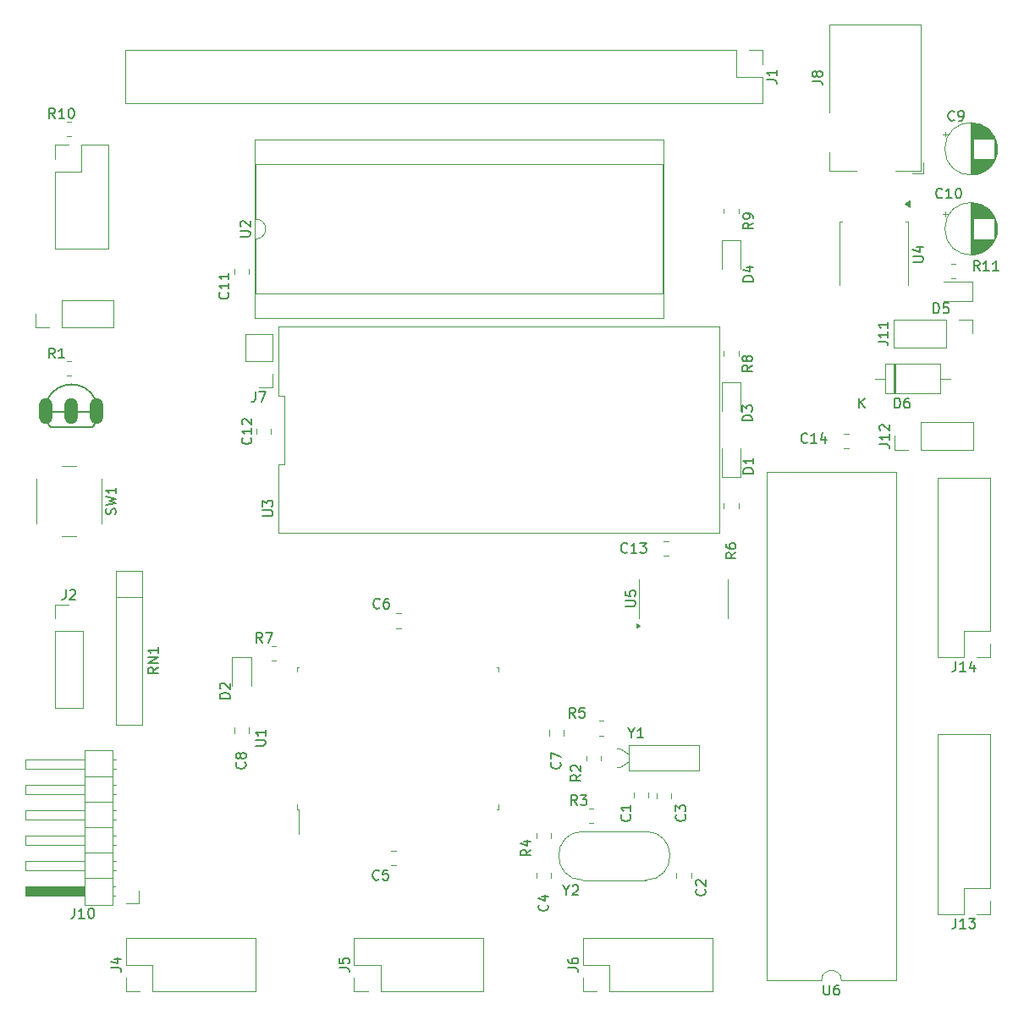
<source format=gto>
%TF.GenerationSoftware,KiCad,Pcbnew,9.0.4*%
%TF.CreationDate,2025-09-14T15:15:17-04:00*%
%TF.ProjectId,Mench Reloaded,4d656e63-6820-4526-956c-6f616465642e,rev?*%
%TF.SameCoordinates,Original*%
%TF.FileFunction,Legend,Top*%
%TF.FilePolarity,Positive*%
%FSLAX46Y46*%
G04 Gerber Fmt 4.6, Leading zero omitted, Abs format (unit mm)*
G04 Created by KiCad (PCBNEW 9.0.4) date 2025-09-14 15:15:17*
%MOMM*%
%LPD*%
G01*
G04 APERTURE LIST*
%ADD10C,0.150000*%
%ADD11C,0.120000*%
%ADD12C,0.127000*%
%ADD13O,1.320800X2.641600*%
G04 APERTURE END LIST*
D10*
X58583333Y-78954819D02*
X58250000Y-78478628D01*
X58011905Y-78954819D02*
X58011905Y-77954819D01*
X58011905Y-77954819D02*
X58392857Y-77954819D01*
X58392857Y-77954819D02*
X58488095Y-78002438D01*
X58488095Y-78002438D02*
X58535714Y-78050057D01*
X58535714Y-78050057D02*
X58583333Y-78145295D01*
X58583333Y-78145295D02*
X58583333Y-78288152D01*
X58583333Y-78288152D02*
X58535714Y-78383390D01*
X58535714Y-78383390D02*
X58488095Y-78431009D01*
X58488095Y-78431009D02*
X58392857Y-78478628D01*
X58392857Y-78478628D02*
X58011905Y-78478628D01*
X59535714Y-78954819D02*
X58964286Y-78954819D01*
X59250000Y-78954819D02*
X59250000Y-77954819D01*
X59250000Y-77954819D02*
X59154762Y-78097676D01*
X59154762Y-78097676D02*
X59059524Y-78192914D01*
X59059524Y-78192914D02*
X58964286Y-78240533D01*
X115857142Y-98359580D02*
X115809523Y-98407200D01*
X115809523Y-98407200D02*
X115666666Y-98454819D01*
X115666666Y-98454819D02*
X115571428Y-98454819D01*
X115571428Y-98454819D02*
X115428571Y-98407200D01*
X115428571Y-98407200D02*
X115333333Y-98311961D01*
X115333333Y-98311961D02*
X115285714Y-98216723D01*
X115285714Y-98216723D02*
X115238095Y-98026247D01*
X115238095Y-98026247D02*
X115238095Y-97883390D01*
X115238095Y-97883390D02*
X115285714Y-97692914D01*
X115285714Y-97692914D02*
X115333333Y-97597676D01*
X115333333Y-97597676D02*
X115428571Y-97502438D01*
X115428571Y-97502438D02*
X115571428Y-97454819D01*
X115571428Y-97454819D02*
X115666666Y-97454819D01*
X115666666Y-97454819D02*
X115809523Y-97502438D01*
X115809523Y-97502438D02*
X115857142Y-97550057D01*
X116809523Y-98454819D02*
X116238095Y-98454819D01*
X116523809Y-98454819D02*
X116523809Y-97454819D01*
X116523809Y-97454819D02*
X116428571Y-97597676D01*
X116428571Y-97597676D02*
X116333333Y-97692914D01*
X116333333Y-97692914D02*
X116238095Y-97740533D01*
X117142857Y-97454819D02*
X117761904Y-97454819D01*
X117761904Y-97454819D02*
X117428571Y-97835771D01*
X117428571Y-97835771D02*
X117571428Y-97835771D01*
X117571428Y-97835771D02*
X117666666Y-97883390D01*
X117666666Y-97883390D02*
X117714285Y-97931009D01*
X117714285Y-97931009D02*
X117761904Y-98026247D01*
X117761904Y-98026247D02*
X117761904Y-98264342D01*
X117761904Y-98264342D02*
X117714285Y-98359580D01*
X117714285Y-98359580D02*
X117666666Y-98407200D01*
X117666666Y-98407200D02*
X117571428Y-98454819D01*
X117571428Y-98454819D02*
X117285714Y-98454819D01*
X117285714Y-98454819D02*
X117190476Y-98407200D01*
X117190476Y-98407200D02*
X117142857Y-98359580D01*
X76093738Y-113013094D02*
X75093738Y-113013094D01*
X75093738Y-113013094D02*
X75093738Y-112774999D01*
X75093738Y-112774999D02*
X75141357Y-112632142D01*
X75141357Y-112632142D02*
X75236595Y-112536904D01*
X75236595Y-112536904D02*
X75331833Y-112489285D01*
X75331833Y-112489285D02*
X75522309Y-112441666D01*
X75522309Y-112441666D02*
X75665166Y-112441666D01*
X75665166Y-112441666D02*
X75855642Y-112489285D01*
X75855642Y-112489285D02*
X75950880Y-112536904D01*
X75950880Y-112536904D02*
X76046119Y-112632142D01*
X76046119Y-112632142D02*
X76093738Y-112774999D01*
X76093738Y-112774999D02*
X76093738Y-113013094D01*
X75188976Y-112060713D02*
X75141357Y-112013094D01*
X75141357Y-112013094D02*
X75093738Y-111917856D01*
X75093738Y-111917856D02*
X75093738Y-111679761D01*
X75093738Y-111679761D02*
X75141357Y-111584523D01*
X75141357Y-111584523D02*
X75188976Y-111536904D01*
X75188976Y-111536904D02*
X75284214Y-111489285D01*
X75284214Y-111489285D02*
X75379452Y-111489285D01*
X75379452Y-111489285D02*
X75522309Y-111536904D01*
X75522309Y-111536904D02*
X76093738Y-112108332D01*
X76093738Y-112108332D02*
X76093738Y-111489285D01*
X146511905Y-74454819D02*
X146511905Y-73454819D01*
X146511905Y-73454819D02*
X146750000Y-73454819D01*
X146750000Y-73454819D02*
X146892857Y-73502438D01*
X146892857Y-73502438D02*
X146988095Y-73597676D01*
X146988095Y-73597676D02*
X147035714Y-73692914D01*
X147035714Y-73692914D02*
X147083333Y-73883390D01*
X147083333Y-73883390D02*
X147083333Y-74026247D01*
X147083333Y-74026247D02*
X147035714Y-74216723D01*
X147035714Y-74216723D02*
X146988095Y-74311961D01*
X146988095Y-74311961D02*
X146892857Y-74407200D01*
X146892857Y-74407200D02*
X146750000Y-74454819D01*
X146750000Y-74454819D02*
X146511905Y-74454819D01*
X147988095Y-73454819D02*
X147511905Y-73454819D01*
X147511905Y-73454819D02*
X147464286Y-73931009D01*
X147464286Y-73931009D02*
X147511905Y-73883390D01*
X147511905Y-73883390D02*
X147607143Y-73835771D01*
X147607143Y-73835771D02*
X147845238Y-73835771D01*
X147845238Y-73835771D02*
X147940476Y-73883390D01*
X147940476Y-73883390D02*
X147988095Y-73931009D01*
X147988095Y-73931009D02*
X148035714Y-74026247D01*
X148035714Y-74026247D02*
X148035714Y-74264342D01*
X148035714Y-74264342D02*
X147988095Y-74359580D01*
X147988095Y-74359580D02*
X147940476Y-74407200D01*
X147940476Y-74407200D02*
X147845238Y-74454819D01*
X147845238Y-74454819D02*
X147607143Y-74454819D01*
X147607143Y-74454819D02*
X147511905Y-74407200D01*
X147511905Y-74407200D02*
X147464286Y-74359580D01*
X129784819Y-51103333D02*
X130499104Y-51103333D01*
X130499104Y-51103333D02*
X130641961Y-51150952D01*
X130641961Y-51150952D02*
X130737200Y-51246190D01*
X130737200Y-51246190D02*
X130784819Y-51389047D01*
X130784819Y-51389047D02*
X130784819Y-51484285D01*
X130784819Y-50103333D02*
X130784819Y-50674761D01*
X130784819Y-50389047D02*
X129784819Y-50389047D01*
X129784819Y-50389047D02*
X129927676Y-50484285D01*
X129927676Y-50484285D02*
X130022914Y-50579523D01*
X130022914Y-50579523D02*
X130070533Y-50674761D01*
X126704819Y-98416666D02*
X126228628Y-98749999D01*
X126704819Y-98988094D02*
X125704819Y-98988094D01*
X125704819Y-98988094D02*
X125704819Y-98607142D01*
X125704819Y-98607142D02*
X125752438Y-98511904D01*
X125752438Y-98511904D02*
X125800057Y-98464285D01*
X125800057Y-98464285D02*
X125895295Y-98416666D01*
X125895295Y-98416666D02*
X126038152Y-98416666D01*
X126038152Y-98416666D02*
X126133390Y-98464285D01*
X126133390Y-98464285D02*
X126181009Y-98511904D01*
X126181009Y-98511904D02*
X126228628Y-98607142D01*
X126228628Y-98607142D02*
X126228628Y-98988094D01*
X125704819Y-97559523D02*
X125704819Y-97749999D01*
X125704819Y-97749999D02*
X125752438Y-97845237D01*
X125752438Y-97845237D02*
X125800057Y-97892856D01*
X125800057Y-97892856D02*
X125942914Y-97988094D01*
X125942914Y-97988094D02*
X126133390Y-98035713D01*
X126133390Y-98035713D02*
X126514342Y-98035713D01*
X126514342Y-98035713D02*
X126609580Y-97988094D01*
X126609580Y-97988094D02*
X126657200Y-97940475D01*
X126657200Y-97940475D02*
X126704819Y-97845237D01*
X126704819Y-97845237D02*
X126704819Y-97654761D01*
X126704819Y-97654761D02*
X126657200Y-97559523D01*
X126657200Y-97559523D02*
X126609580Y-97511904D01*
X126609580Y-97511904D02*
X126514342Y-97464285D01*
X126514342Y-97464285D02*
X126276247Y-97464285D01*
X126276247Y-97464285D02*
X126181009Y-97511904D01*
X126181009Y-97511904D02*
X126133390Y-97559523D01*
X126133390Y-97559523D02*
X126085771Y-97654761D01*
X126085771Y-97654761D02*
X126085771Y-97845237D01*
X126085771Y-97845237D02*
X126133390Y-97940475D01*
X126133390Y-97940475D02*
X126181009Y-97988094D01*
X126181009Y-97988094D02*
X126276247Y-98035713D01*
X75897080Y-72392857D02*
X75944700Y-72440476D01*
X75944700Y-72440476D02*
X75992319Y-72583333D01*
X75992319Y-72583333D02*
X75992319Y-72678571D01*
X75992319Y-72678571D02*
X75944700Y-72821428D01*
X75944700Y-72821428D02*
X75849461Y-72916666D01*
X75849461Y-72916666D02*
X75754223Y-72964285D01*
X75754223Y-72964285D02*
X75563747Y-73011904D01*
X75563747Y-73011904D02*
X75420890Y-73011904D01*
X75420890Y-73011904D02*
X75230414Y-72964285D01*
X75230414Y-72964285D02*
X75135176Y-72916666D01*
X75135176Y-72916666D02*
X75039938Y-72821428D01*
X75039938Y-72821428D02*
X74992319Y-72678571D01*
X74992319Y-72678571D02*
X74992319Y-72583333D01*
X74992319Y-72583333D02*
X75039938Y-72440476D01*
X75039938Y-72440476D02*
X75087557Y-72392857D01*
X75992319Y-71440476D02*
X75992319Y-72011904D01*
X75992319Y-71726190D02*
X74992319Y-71726190D01*
X74992319Y-71726190D02*
X75135176Y-71821428D01*
X75135176Y-71821428D02*
X75230414Y-71916666D01*
X75230414Y-71916666D02*
X75278033Y-72011904D01*
X75992319Y-70488095D02*
X75992319Y-71059523D01*
X75992319Y-70773809D02*
X74992319Y-70773809D01*
X74992319Y-70773809D02*
X75135176Y-70869047D01*
X75135176Y-70869047D02*
X75230414Y-70964285D01*
X75230414Y-70964285D02*
X75278033Y-71059523D01*
X144454819Y-69326904D02*
X145264342Y-69326904D01*
X145264342Y-69326904D02*
X145359580Y-69279285D01*
X145359580Y-69279285D02*
X145407200Y-69231666D01*
X145407200Y-69231666D02*
X145454819Y-69136428D01*
X145454819Y-69136428D02*
X145454819Y-68945952D01*
X145454819Y-68945952D02*
X145407200Y-68850714D01*
X145407200Y-68850714D02*
X145359580Y-68803095D01*
X145359580Y-68803095D02*
X145264342Y-68755476D01*
X145264342Y-68755476D02*
X144454819Y-68755476D01*
X144788152Y-67850714D02*
X145454819Y-67850714D01*
X144407200Y-68088809D02*
X145121485Y-68326904D01*
X145121485Y-68326904D02*
X145121485Y-67707857D01*
X128454819Y-90488094D02*
X127454819Y-90488094D01*
X127454819Y-90488094D02*
X127454819Y-90249999D01*
X127454819Y-90249999D02*
X127502438Y-90107142D01*
X127502438Y-90107142D02*
X127597676Y-90011904D01*
X127597676Y-90011904D02*
X127692914Y-89964285D01*
X127692914Y-89964285D02*
X127883390Y-89916666D01*
X127883390Y-89916666D02*
X128026247Y-89916666D01*
X128026247Y-89916666D02*
X128216723Y-89964285D01*
X128216723Y-89964285D02*
X128311961Y-90011904D01*
X128311961Y-90011904D02*
X128407200Y-90107142D01*
X128407200Y-90107142D02*
X128454819Y-90249999D01*
X128454819Y-90249999D02*
X128454819Y-90488094D01*
X128454819Y-88964285D02*
X128454819Y-89535713D01*
X128454819Y-89249999D02*
X127454819Y-89249999D01*
X127454819Y-89249999D02*
X127597676Y-89345237D01*
X127597676Y-89345237D02*
X127692914Y-89440475D01*
X127692914Y-89440475D02*
X127740533Y-89535713D01*
X148710476Y-109324819D02*
X148710476Y-110039104D01*
X148710476Y-110039104D02*
X148662857Y-110181961D01*
X148662857Y-110181961D02*
X148567619Y-110277200D01*
X148567619Y-110277200D02*
X148424762Y-110324819D01*
X148424762Y-110324819D02*
X148329524Y-110324819D01*
X149710476Y-110324819D02*
X149139048Y-110324819D01*
X149424762Y-110324819D02*
X149424762Y-109324819D01*
X149424762Y-109324819D02*
X149329524Y-109467676D01*
X149329524Y-109467676D02*
X149234286Y-109562914D01*
X149234286Y-109562914D02*
X149139048Y-109610533D01*
X150567619Y-109658152D02*
X150567619Y-110324819D01*
X150329524Y-109277200D02*
X150091429Y-109991485D01*
X150091429Y-109991485D02*
X150710476Y-109991485D01*
X111204819Y-120666666D02*
X110728628Y-120999999D01*
X111204819Y-121238094D02*
X110204819Y-121238094D01*
X110204819Y-121238094D02*
X110204819Y-120857142D01*
X110204819Y-120857142D02*
X110252438Y-120761904D01*
X110252438Y-120761904D02*
X110300057Y-120714285D01*
X110300057Y-120714285D02*
X110395295Y-120666666D01*
X110395295Y-120666666D02*
X110538152Y-120666666D01*
X110538152Y-120666666D02*
X110633390Y-120714285D01*
X110633390Y-120714285D02*
X110681009Y-120761904D01*
X110681009Y-120761904D02*
X110728628Y-120857142D01*
X110728628Y-120857142D02*
X110728628Y-121238094D01*
X110300057Y-120285713D02*
X110252438Y-120238094D01*
X110252438Y-120238094D02*
X110204819Y-120142856D01*
X110204819Y-120142856D02*
X110204819Y-119904761D01*
X110204819Y-119904761D02*
X110252438Y-119809523D01*
X110252438Y-119809523D02*
X110300057Y-119761904D01*
X110300057Y-119761904D02*
X110395295Y-119714285D01*
X110395295Y-119714285D02*
X110490533Y-119714285D01*
X110490533Y-119714285D02*
X110633390Y-119761904D01*
X110633390Y-119761904D02*
X111204819Y-120333332D01*
X111204819Y-120333332D02*
X111204819Y-119714285D01*
X77609580Y-119416666D02*
X77657200Y-119464285D01*
X77657200Y-119464285D02*
X77704819Y-119607142D01*
X77704819Y-119607142D02*
X77704819Y-119702380D01*
X77704819Y-119702380D02*
X77657200Y-119845237D01*
X77657200Y-119845237D02*
X77561961Y-119940475D01*
X77561961Y-119940475D02*
X77466723Y-119988094D01*
X77466723Y-119988094D02*
X77276247Y-120035713D01*
X77276247Y-120035713D02*
X77133390Y-120035713D01*
X77133390Y-120035713D02*
X76942914Y-119988094D01*
X76942914Y-119988094D02*
X76847676Y-119940475D01*
X76847676Y-119940475D02*
X76752438Y-119845237D01*
X76752438Y-119845237D02*
X76704819Y-119702380D01*
X76704819Y-119702380D02*
X76704819Y-119607142D01*
X76704819Y-119607142D02*
X76752438Y-119464285D01*
X76752438Y-119464285D02*
X76800057Y-119416666D01*
X77133390Y-118845237D02*
X77085771Y-118940475D01*
X77085771Y-118940475D02*
X77038152Y-118988094D01*
X77038152Y-118988094D02*
X76942914Y-119035713D01*
X76942914Y-119035713D02*
X76895295Y-119035713D01*
X76895295Y-119035713D02*
X76800057Y-118988094D01*
X76800057Y-118988094D02*
X76752438Y-118940475D01*
X76752438Y-118940475D02*
X76704819Y-118845237D01*
X76704819Y-118845237D02*
X76704819Y-118654761D01*
X76704819Y-118654761D02*
X76752438Y-118559523D01*
X76752438Y-118559523D02*
X76800057Y-118511904D01*
X76800057Y-118511904D02*
X76895295Y-118464285D01*
X76895295Y-118464285D02*
X76942914Y-118464285D01*
X76942914Y-118464285D02*
X77038152Y-118511904D01*
X77038152Y-118511904D02*
X77085771Y-118559523D01*
X77085771Y-118559523D02*
X77133390Y-118654761D01*
X77133390Y-118654761D02*
X77133390Y-118845237D01*
X77133390Y-118845237D02*
X77181009Y-118940475D01*
X77181009Y-118940475D02*
X77228628Y-118988094D01*
X77228628Y-118988094D02*
X77323866Y-119035713D01*
X77323866Y-119035713D02*
X77514342Y-119035713D01*
X77514342Y-119035713D02*
X77609580Y-118988094D01*
X77609580Y-118988094D02*
X77657200Y-118940475D01*
X77657200Y-118940475D02*
X77704819Y-118845237D01*
X77704819Y-118845237D02*
X77704819Y-118654761D01*
X77704819Y-118654761D02*
X77657200Y-118559523D01*
X77657200Y-118559523D02*
X77609580Y-118511904D01*
X77609580Y-118511904D02*
X77514342Y-118464285D01*
X77514342Y-118464285D02*
X77323866Y-118464285D01*
X77323866Y-118464285D02*
X77228628Y-118511904D01*
X77228628Y-118511904D02*
X77181009Y-118559523D01*
X77181009Y-118559523D02*
X77133390Y-118654761D01*
X128354819Y-79666666D02*
X127878628Y-79999999D01*
X128354819Y-80238094D02*
X127354819Y-80238094D01*
X127354819Y-80238094D02*
X127354819Y-79857142D01*
X127354819Y-79857142D02*
X127402438Y-79761904D01*
X127402438Y-79761904D02*
X127450057Y-79714285D01*
X127450057Y-79714285D02*
X127545295Y-79666666D01*
X127545295Y-79666666D02*
X127688152Y-79666666D01*
X127688152Y-79666666D02*
X127783390Y-79714285D01*
X127783390Y-79714285D02*
X127831009Y-79761904D01*
X127831009Y-79761904D02*
X127878628Y-79857142D01*
X127878628Y-79857142D02*
X127878628Y-80238094D01*
X127783390Y-79095237D02*
X127735771Y-79190475D01*
X127735771Y-79190475D02*
X127688152Y-79238094D01*
X127688152Y-79238094D02*
X127592914Y-79285713D01*
X127592914Y-79285713D02*
X127545295Y-79285713D01*
X127545295Y-79285713D02*
X127450057Y-79238094D01*
X127450057Y-79238094D02*
X127402438Y-79190475D01*
X127402438Y-79190475D02*
X127354819Y-79095237D01*
X127354819Y-79095237D02*
X127354819Y-78904761D01*
X127354819Y-78904761D02*
X127402438Y-78809523D01*
X127402438Y-78809523D02*
X127450057Y-78761904D01*
X127450057Y-78761904D02*
X127545295Y-78714285D01*
X127545295Y-78714285D02*
X127592914Y-78714285D01*
X127592914Y-78714285D02*
X127688152Y-78761904D01*
X127688152Y-78761904D02*
X127735771Y-78809523D01*
X127735771Y-78809523D02*
X127783390Y-78904761D01*
X127783390Y-78904761D02*
X127783390Y-79095237D01*
X127783390Y-79095237D02*
X127831009Y-79190475D01*
X127831009Y-79190475D02*
X127878628Y-79238094D01*
X127878628Y-79238094D02*
X127973866Y-79285713D01*
X127973866Y-79285713D02*
X128164342Y-79285713D01*
X128164342Y-79285713D02*
X128259580Y-79238094D01*
X128259580Y-79238094D02*
X128307200Y-79190475D01*
X128307200Y-79190475D02*
X128354819Y-79095237D01*
X128354819Y-79095237D02*
X128354819Y-78904761D01*
X128354819Y-78904761D02*
X128307200Y-78809523D01*
X128307200Y-78809523D02*
X128259580Y-78761904D01*
X128259580Y-78761904D02*
X128164342Y-78714285D01*
X128164342Y-78714285D02*
X127973866Y-78714285D01*
X127973866Y-78714285D02*
X127878628Y-78761904D01*
X127878628Y-78761904D02*
X127831009Y-78809523D01*
X127831009Y-78809523D02*
X127783390Y-78904761D01*
X91008333Y-131109580D02*
X90960714Y-131157200D01*
X90960714Y-131157200D02*
X90817857Y-131204819D01*
X90817857Y-131204819D02*
X90722619Y-131204819D01*
X90722619Y-131204819D02*
X90579762Y-131157200D01*
X90579762Y-131157200D02*
X90484524Y-131061961D01*
X90484524Y-131061961D02*
X90436905Y-130966723D01*
X90436905Y-130966723D02*
X90389286Y-130776247D01*
X90389286Y-130776247D02*
X90389286Y-130633390D01*
X90389286Y-130633390D02*
X90436905Y-130442914D01*
X90436905Y-130442914D02*
X90484524Y-130347676D01*
X90484524Y-130347676D02*
X90579762Y-130252438D01*
X90579762Y-130252438D02*
X90722619Y-130204819D01*
X90722619Y-130204819D02*
X90817857Y-130204819D01*
X90817857Y-130204819D02*
X90960714Y-130252438D01*
X90960714Y-130252438D02*
X91008333Y-130300057D01*
X91913095Y-130204819D02*
X91436905Y-130204819D01*
X91436905Y-130204819D02*
X91389286Y-130681009D01*
X91389286Y-130681009D02*
X91436905Y-130633390D01*
X91436905Y-130633390D02*
X91532143Y-130585771D01*
X91532143Y-130585771D02*
X91770238Y-130585771D01*
X91770238Y-130585771D02*
X91865476Y-130633390D01*
X91865476Y-130633390D02*
X91913095Y-130681009D01*
X91913095Y-130681009D02*
X91960714Y-130776247D01*
X91960714Y-130776247D02*
X91960714Y-131014342D01*
X91960714Y-131014342D02*
X91913095Y-131109580D01*
X91913095Y-131109580D02*
X91865476Y-131157200D01*
X91865476Y-131157200D02*
X91770238Y-131204819D01*
X91770238Y-131204819D02*
X91532143Y-131204819D01*
X91532143Y-131204819D02*
X91436905Y-131157200D01*
X91436905Y-131157200D02*
X91389286Y-131109580D01*
X77124819Y-66787343D02*
X77934342Y-66787343D01*
X77934342Y-66787343D02*
X78029580Y-66739724D01*
X78029580Y-66739724D02*
X78077200Y-66692105D01*
X78077200Y-66692105D02*
X78124819Y-66596867D01*
X78124819Y-66596867D02*
X78124819Y-66406391D01*
X78124819Y-66406391D02*
X78077200Y-66311153D01*
X78077200Y-66311153D02*
X78029580Y-66263534D01*
X78029580Y-66263534D02*
X77934342Y-66215915D01*
X77934342Y-66215915D02*
X77124819Y-66215915D01*
X77220057Y-65787343D02*
X77172438Y-65739724D01*
X77172438Y-65739724D02*
X77124819Y-65644486D01*
X77124819Y-65644486D02*
X77124819Y-65406391D01*
X77124819Y-65406391D02*
X77172438Y-65311153D01*
X77172438Y-65311153D02*
X77220057Y-65263534D01*
X77220057Y-65263534D02*
X77315295Y-65215915D01*
X77315295Y-65215915D02*
X77410533Y-65215915D01*
X77410533Y-65215915D02*
X77553390Y-65263534D01*
X77553390Y-65263534D02*
X78124819Y-65834962D01*
X78124819Y-65834962D02*
X78124819Y-65215915D01*
X121609580Y-124666666D02*
X121657200Y-124714285D01*
X121657200Y-124714285D02*
X121704819Y-124857142D01*
X121704819Y-124857142D02*
X121704819Y-124952380D01*
X121704819Y-124952380D02*
X121657200Y-125095237D01*
X121657200Y-125095237D02*
X121561961Y-125190475D01*
X121561961Y-125190475D02*
X121466723Y-125238094D01*
X121466723Y-125238094D02*
X121276247Y-125285713D01*
X121276247Y-125285713D02*
X121133390Y-125285713D01*
X121133390Y-125285713D02*
X120942914Y-125238094D01*
X120942914Y-125238094D02*
X120847676Y-125190475D01*
X120847676Y-125190475D02*
X120752438Y-125095237D01*
X120752438Y-125095237D02*
X120704819Y-124952380D01*
X120704819Y-124952380D02*
X120704819Y-124857142D01*
X120704819Y-124857142D02*
X120752438Y-124714285D01*
X120752438Y-124714285D02*
X120800057Y-124666666D01*
X120704819Y-124333332D02*
X120704819Y-123714285D01*
X120704819Y-123714285D02*
X121085771Y-124047618D01*
X121085771Y-124047618D02*
X121085771Y-123904761D01*
X121085771Y-123904761D02*
X121133390Y-123809523D01*
X121133390Y-123809523D02*
X121181009Y-123761904D01*
X121181009Y-123761904D02*
X121276247Y-123714285D01*
X121276247Y-123714285D02*
X121514342Y-123714285D01*
X121514342Y-123714285D02*
X121609580Y-123761904D01*
X121609580Y-123761904D02*
X121657200Y-123809523D01*
X121657200Y-123809523D02*
X121704819Y-123904761D01*
X121704819Y-123904761D02*
X121704819Y-124190475D01*
X121704819Y-124190475D02*
X121657200Y-124285713D01*
X121657200Y-124285713D02*
X121609580Y-124333332D01*
X107859580Y-133666666D02*
X107907200Y-133714285D01*
X107907200Y-133714285D02*
X107954819Y-133857142D01*
X107954819Y-133857142D02*
X107954819Y-133952380D01*
X107954819Y-133952380D02*
X107907200Y-134095237D01*
X107907200Y-134095237D02*
X107811961Y-134190475D01*
X107811961Y-134190475D02*
X107716723Y-134238094D01*
X107716723Y-134238094D02*
X107526247Y-134285713D01*
X107526247Y-134285713D02*
X107383390Y-134285713D01*
X107383390Y-134285713D02*
X107192914Y-134238094D01*
X107192914Y-134238094D02*
X107097676Y-134190475D01*
X107097676Y-134190475D02*
X107002438Y-134095237D01*
X107002438Y-134095237D02*
X106954819Y-133952380D01*
X106954819Y-133952380D02*
X106954819Y-133857142D01*
X106954819Y-133857142D02*
X107002438Y-133714285D01*
X107002438Y-133714285D02*
X107050057Y-133666666D01*
X107288152Y-132809523D02*
X107954819Y-132809523D01*
X106907200Y-133047618D02*
X107621485Y-133285713D01*
X107621485Y-133285713D02*
X107621485Y-132666666D01*
X134362319Y-51223333D02*
X135076604Y-51223333D01*
X135076604Y-51223333D02*
X135219461Y-51270952D01*
X135219461Y-51270952D02*
X135314700Y-51366190D01*
X135314700Y-51366190D02*
X135362319Y-51509047D01*
X135362319Y-51509047D02*
X135362319Y-51604285D01*
X134790890Y-50604285D02*
X134743271Y-50699523D01*
X134743271Y-50699523D02*
X134695652Y-50747142D01*
X134695652Y-50747142D02*
X134600414Y-50794761D01*
X134600414Y-50794761D02*
X134552795Y-50794761D01*
X134552795Y-50794761D02*
X134457557Y-50747142D01*
X134457557Y-50747142D02*
X134409938Y-50699523D01*
X134409938Y-50699523D02*
X134362319Y-50604285D01*
X134362319Y-50604285D02*
X134362319Y-50413809D01*
X134362319Y-50413809D02*
X134409938Y-50318571D01*
X134409938Y-50318571D02*
X134457557Y-50270952D01*
X134457557Y-50270952D02*
X134552795Y-50223333D01*
X134552795Y-50223333D02*
X134600414Y-50223333D01*
X134600414Y-50223333D02*
X134695652Y-50270952D01*
X134695652Y-50270952D02*
X134743271Y-50318571D01*
X134743271Y-50318571D02*
X134790890Y-50413809D01*
X134790890Y-50413809D02*
X134790890Y-50604285D01*
X134790890Y-50604285D02*
X134838509Y-50699523D01*
X134838509Y-50699523D02*
X134886128Y-50747142D01*
X134886128Y-50747142D02*
X134981366Y-50794761D01*
X134981366Y-50794761D02*
X135171842Y-50794761D01*
X135171842Y-50794761D02*
X135267080Y-50747142D01*
X135267080Y-50747142D02*
X135314700Y-50699523D01*
X135314700Y-50699523D02*
X135362319Y-50604285D01*
X135362319Y-50604285D02*
X135362319Y-50413809D01*
X135362319Y-50413809D02*
X135314700Y-50318571D01*
X135314700Y-50318571D02*
X135267080Y-50270952D01*
X135267080Y-50270952D02*
X135171842Y-50223333D01*
X135171842Y-50223333D02*
X134981366Y-50223333D01*
X134981366Y-50223333D02*
X134886128Y-50270952D01*
X134886128Y-50270952D02*
X134838509Y-50318571D01*
X134838509Y-50318571D02*
X134790890Y-50413809D01*
X59666666Y-102124819D02*
X59666666Y-102839104D01*
X59666666Y-102839104D02*
X59619047Y-102981961D01*
X59619047Y-102981961D02*
X59523809Y-103077200D01*
X59523809Y-103077200D02*
X59380952Y-103124819D01*
X59380952Y-103124819D02*
X59285714Y-103124819D01*
X60095238Y-102220057D02*
X60142857Y-102172438D01*
X60142857Y-102172438D02*
X60238095Y-102124819D01*
X60238095Y-102124819D02*
X60476190Y-102124819D01*
X60476190Y-102124819D02*
X60571428Y-102172438D01*
X60571428Y-102172438D02*
X60619047Y-102220057D01*
X60619047Y-102220057D02*
X60666666Y-102315295D01*
X60666666Y-102315295D02*
X60666666Y-102410533D01*
X60666666Y-102410533D02*
X60619047Y-102553390D01*
X60619047Y-102553390D02*
X60047619Y-103124819D01*
X60047619Y-103124819D02*
X60666666Y-103124819D01*
X128454819Y-71263094D02*
X127454819Y-71263094D01*
X127454819Y-71263094D02*
X127454819Y-71024999D01*
X127454819Y-71024999D02*
X127502438Y-70882142D01*
X127502438Y-70882142D02*
X127597676Y-70786904D01*
X127597676Y-70786904D02*
X127692914Y-70739285D01*
X127692914Y-70739285D02*
X127883390Y-70691666D01*
X127883390Y-70691666D02*
X128026247Y-70691666D01*
X128026247Y-70691666D02*
X128216723Y-70739285D01*
X128216723Y-70739285D02*
X128311961Y-70786904D01*
X128311961Y-70786904D02*
X128407200Y-70882142D01*
X128407200Y-70882142D02*
X128454819Y-71024999D01*
X128454819Y-71024999D02*
X128454819Y-71263094D01*
X127788152Y-69834523D02*
X128454819Y-69834523D01*
X127407200Y-70072618D02*
X128121485Y-70310713D01*
X128121485Y-70310713D02*
X128121485Y-69691666D01*
X78649819Y-117741904D02*
X79459342Y-117741904D01*
X79459342Y-117741904D02*
X79554580Y-117694285D01*
X79554580Y-117694285D02*
X79602200Y-117646666D01*
X79602200Y-117646666D02*
X79649819Y-117551428D01*
X79649819Y-117551428D02*
X79649819Y-117360952D01*
X79649819Y-117360952D02*
X79602200Y-117265714D01*
X79602200Y-117265714D02*
X79554580Y-117218095D01*
X79554580Y-117218095D02*
X79459342Y-117170476D01*
X79459342Y-117170476D02*
X78649819Y-117170476D01*
X79649819Y-116170476D02*
X79649819Y-116741904D01*
X79649819Y-116456190D02*
X78649819Y-116456190D01*
X78649819Y-116456190D02*
X78792676Y-116551428D01*
X78792676Y-116551428D02*
X78887914Y-116646666D01*
X78887914Y-116646666D02*
X78935533Y-116741904D01*
X60555476Y-134024819D02*
X60555476Y-134739104D01*
X60555476Y-134739104D02*
X60507857Y-134881961D01*
X60507857Y-134881961D02*
X60412619Y-134977200D01*
X60412619Y-134977200D02*
X60269762Y-135024819D01*
X60269762Y-135024819D02*
X60174524Y-135024819D01*
X61555476Y-135024819D02*
X60984048Y-135024819D01*
X61269762Y-135024819D02*
X61269762Y-134024819D01*
X61269762Y-134024819D02*
X61174524Y-134167676D01*
X61174524Y-134167676D02*
X61079286Y-134262914D01*
X61079286Y-134262914D02*
X60984048Y-134310533D01*
X62174524Y-134024819D02*
X62269762Y-134024819D01*
X62269762Y-134024819D02*
X62365000Y-134072438D01*
X62365000Y-134072438D02*
X62412619Y-134120057D01*
X62412619Y-134120057D02*
X62460238Y-134215295D01*
X62460238Y-134215295D02*
X62507857Y-134405771D01*
X62507857Y-134405771D02*
X62507857Y-134643866D01*
X62507857Y-134643866D02*
X62460238Y-134834342D01*
X62460238Y-134834342D02*
X62412619Y-134929580D01*
X62412619Y-134929580D02*
X62365000Y-134977200D01*
X62365000Y-134977200D02*
X62269762Y-135024819D01*
X62269762Y-135024819D02*
X62174524Y-135024819D01*
X62174524Y-135024819D02*
X62079286Y-134977200D01*
X62079286Y-134977200D02*
X62031667Y-134929580D01*
X62031667Y-134929580D02*
X61984048Y-134834342D01*
X61984048Y-134834342D02*
X61936429Y-134643866D01*
X61936429Y-134643866D02*
X61936429Y-134405771D01*
X61936429Y-134405771D02*
X61984048Y-134215295D01*
X61984048Y-134215295D02*
X62031667Y-134120057D01*
X62031667Y-134120057D02*
X62079286Y-134072438D01*
X62079286Y-134072438D02*
X62174524Y-134024819D01*
X128454819Y-65416666D02*
X127978628Y-65749999D01*
X128454819Y-65988094D02*
X127454819Y-65988094D01*
X127454819Y-65988094D02*
X127454819Y-65607142D01*
X127454819Y-65607142D02*
X127502438Y-65511904D01*
X127502438Y-65511904D02*
X127550057Y-65464285D01*
X127550057Y-65464285D02*
X127645295Y-65416666D01*
X127645295Y-65416666D02*
X127788152Y-65416666D01*
X127788152Y-65416666D02*
X127883390Y-65464285D01*
X127883390Y-65464285D02*
X127931009Y-65511904D01*
X127931009Y-65511904D02*
X127978628Y-65607142D01*
X127978628Y-65607142D02*
X127978628Y-65988094D01*
X128454819Y-64940475D02*
X128454819Y-64749999D01*
X128454819Y-64749999D02*
X128407200Y-64654761D01*
X128407200Y-64654761D02*
X128359580Y-64607142D01*
X128359580Y-64607142D02*
X128216723Y-64511904D01*
X128216723Y-64511904D02*
X128026247Y-64464285D01*
X128026247Y-64464285D02*
X127645295Y-64464285D01*
X127645295Y-64464285D02*
X127550057Y-64511904D01*
X127550057Y-64511904D02*
X127502438Y-64559523D01*
X127502438Y-64559523D02*
X127454819Y-64654761D01*
X127454819Y-64654761D02*
X127454819Y-64845237D01*
X127454819Y-64845237D02*
X127502438Y-64940475D01*
X127502438Y-64940475D02*
X127550057Y-64988094D01*
X127550057Y-64988094D02*
X127645295Y-65035713D01*
X127645295Y-65035713D02*
X127883390Y-65035713D01*
X127883390Y-65035713D02*
X127978628Y-64988094D01*
X127978628Y-64988094D02*
X128026247Y-64940475D01*
X128026247Y-64940475D02*
X128073866Y-64845237D01*
X128073866Y-64845237D02*
X128073866Y-64654761D01*
X128073866Y-64654761D02*
X128026247Y-64559523D01*
X128026247Y-64559523D02*
X127978628Y-64511904D01*
X127978628Y-64511904D02*
X127883390Y-64464285D01*
X78666666Y-82334819D02*
X78666666Y-83049104D01*
X78666666Y-83049104D02*
X78619047Y-83191961D01*
X78619047Y-83191961D02*
X78523809Y-83287200D01*
X78523809Y-83287200D02*
X78380952Y-83334819D01*
X78380952Y-83334819D02*
X78285714Y-83334819D01*
X79047619Y-82334819D02*
X79714285Y-82334819D01*
X79714285Y-82334819D02*
X79285714Y-83334819D01*
X128354819Y-85213094D02*
X127354819Y-85213094D01*
X127354819Y-85213094D02*
X127354819Y-84974999D01*
X127354819Y-84974999D02*
X127402438Y-84832142D01*
X127402438Y-84832142D02*
X127497676Y-84736904D01*
X127497676Y-84736904D02*
X127592914Y-84689285D01*
X127592914Y-84689285D02*
X127783390Y-84641666D01*
X127783390Y-84641666D02*
X127926247Y-84641666D01*
X127926247Y-84641666D02*
X128116723Y-84689285D01*
X128116723Y-84689285D02*
X128211961Y-84736904D01*
X128211961Y-84736904D02*
X128307200Y-84832142D01*
X128307200Y-84832142D02*
X128354819Y-84974999D01*
X128354819Y-84974999D02*
X128354819Y-85213094D01*
X127354819Y-84308332D02*
X127354819Y-83689285D01*
X127354819Y-83689285D02*
X127735771Y-84022618D01*
X127735771Y-84022618D02*
X127735771Y-83879761D01*
X127735771Y-83879761D02*
X127783390Y-83784523D01*
X127783390Y-83784523D02*
X127831009Y-83736904D01*
X127831009Y-83736904D02*
X127926247Y-83689285D01*
X127926247Y-83689285D02*
X128164342Y-83689285D01*
X128164342Y-83689285D02*
X128259580Y-83736904D01*
X128259580Y-83736904D02*
X128307200Y-83784523D01*
X128307200Y-83784523D02*
X128354819Y-83879761D01*
X128354819Y-83879761D02*
X128354819Y-84165475D01*
X128354819Y-84165475D02*
X128307200Y-84260713D01*
X128307200Y-84260713D02*
X128259580Y-84308332D01*
X64657200Y-94583332D02*
X64704819Y-94440475D01*
X64704819Y-94440475D02*
X64704819Y-94202380D01*
X64704819Y-94202380D02*
X64657200Y-94107142D01*
X64657200Y-94107142D02*
X64609580Y-94059523D01*
X64609580Y-94059523D02*
X64514342Y-94011904D01*
X64514342Y-94011904D02*
X64419104Y-94011904D01*
X64419104Y-94011904D02*
X64323866Y-94059523D01*
X64323866Y-94059523D02*
X64276247Y-94107142D01*
X64276247Y-94107142D02*
X64228628Y-94202380D01*
X64228628Y-94202380D02*
X64181009Y-94392856D01*
X64181009Y-94392856D02*
X64133390Y-94488094D01*
X64133390Y-94488094D02*
X64085771Y-94535713D01*
X64085771Y-94535713D02*
X63990533Y-94583332D01*
X63990533Y-94583332D02*
X63895295Y-94583332D01*
X63895295Y-94583332D02*
X63800057Y-94535713D01*
X63800057Y-94535713D02*
X63752438Y-94488094D01*
X63752438Y-94488094D02*
X63704819Y-94392856D01*
X63704819Y-94392856D02*
X63704819Y-94154761D01*
X63704819Y-94154761D02*
X63752438Y-94011904D01*
X63704819Y-93678570D02*
X64704819Y-93440475D01*
X64704819Y-93440475D02*
X63990533Y-93249999D01*
X63990533Y-93249999D02*
X64704819Y-93059523D01*
X64704819Y-93059523D02*
X63704819Y-92821428D01*
X64704819Y-91916666D02*
X64704819Y-92488094D01*
X64704819Y-92202380D02*
X63704819Y-92202380D01*
X63704819Y-92202380D02*
X63847676Y-92297618D01*
X63847676Y-92297618D02*
X63942914Y-92392856D01*
X63942914Y-92392856D02*
X63990533Y-92488094D01*
X110658333Y-114954819D02*
X110325000Y-114478628D01*
X110086905Y-114954819D02*
X110086905Y-113954819D01*
X110086905Y-113954819D02*
X110467857Y-113954819D01*
X110467857Y-113954819D02*
X110563095Y-114002438D01*
X110563095Y-114002438D02*
X110610714Y-114050057D01*
X110610714Y-114050057D02*
X110658333Y-114145295D01*
X110658333Y-114145295D02*
X110658333Y-114288152D01*
X110658333Y-114288152D02*
X110610714Y-114383390D01*
X110610714Y-114383390D02*
X110563095Y-114431009D01*
X110563095Y-114431009D02*
X110467857Y-114478628D01*
X110467857Y-114478628D02*
X110086905Y-114478628D01*
X111563095Y-113954819D02*
X111086905Y-113954819D01*
X111086905Y-113954819D02*
X111039286Y-114431009D01*
X111039286Y-114431009D02*
X111086905Y-114383390D01*
X111086905Y-114383390D02*
X111182143Y-114335771D01*
X111182143Y-114335771D02*
X111420238Y-114335771D01*
X111420238Y-114335771D02*
X111515476Y-114383390D01*
X111515476Y-114383390D02*
X111563095Y-114431009D01*
X111563095Y-114431009D02*
X111610714Y-114526247D01*
X111610714Y-114526247D02*
X111610714Y-114764342D01*
X111610714Y-114764342D02*
X111563095Y-114859580D01*
X111563095Y-114859580D02*
X111515476Y-114907200D01*
X111515476Y-114907200D02*
X111420238Y-114954819D01*
X111420238Y-114954819D02*
X111182143Y-114954819D01*
X111182143Y-114954819D02*
X111086905Y-114907200D01*
X111086905Y-114907200D02*
X111039286Y-114859580D01*
X110833333Y-123704819D02*
X110500000Y-123228628D01*
X110261905Y-123704819D02*
X110261905Y-122704819D01*
X110261905Y-122704819D02*
X110642857Y-122704819D01*
X110642857Y-122704819D02*
X110738095Y-122752438D01*
X110738095Y-122752438D02*
X110785714Y-122800057D01*
X110785714Y-122800057D02*
X110833333Y-122895295D01*
X110833333Y-122895295D02*
X110833333Y-123038152D01*
X110833333Y-123038152D02*
X110785714Y-123133390D01*
X110785714Y-123133390D02*
X110738095Y-123181009D01*
X110738095Y-123181009D02*
X110642857Y-123228628D01*
X110642857Y-123228628D02*
X110261905Y-123228628D01*
X111166667Y-122704819D02*
X111785714Y-122704819D01*
X111785714Y-122704819D02*
X111452381Y-123085771D01*
X111452381Y-123085771D02*
X111595238Y-123085771D01*
X111595238Y-123085771D02*
X111690476Y-123133390D01*
X111690476Y-123133390D02*
X111738095Y-123181009D01*
X111738095Y-123181009D02*
X111785714Y-123276247D01*
X111785714Y-123276247D02*
X111785714Y-123514342D01*
X111785714Y-123514342D02*
X111738095Y-123609580D01*
X111738095Y-123609580D02*
X111690476Y-123657200D01*
X111690476Y-123657200D02*
X111595238Y-123704819D01*
X111595238Y-123704819D02*
X111309524Y-123704819D01*
X111309524Y-123704819D02*
X111214286Y-123657200D01*
X111214286Y-123657200D02*
X111166667Y-123609580D01*
X116273809Y-116478628D02*
X116273809Y-116954819D01*
X115940476Y-115954819D02*
X116273809Y-116478628D01*
X116273809Y-116478628D02*
X116607142Y-115954819D01*
X117464285Y-116954819D02*
X116892857Y-116954819D01*
X117178571Y-116954819D02*
X117178571Y-115954819D01*
X117178571Y-115954819D02*
X117083333Y-116097676D01*
X117083333Y-116097676D02*
X116988095Y-116192914D01*
X116988095Y-116192914D02*
X116892857Y-116240533D01*
X64224819Y-140003333D02*
X64939104Y-140003333D01*
X64939104Y-140003333D02*
X65081961Y-140050952D01*
X65081961Y-140050952D02*
X65177200Y-140146190D01*
X65177200Y-140146190D02*
X65224819Y-140289047D01*
X65224819Y-140289047D02*
X65224819Y-140384285D01*
X64558152Y-139098571D02*
X65224819Y-139098571D01*
X64177200Y-139336666D02*
X64891485Y-139574761D01*
X64891485Y-139574761D02*
X64891485Y-138955714D01*
X148583333Y-55109580D02*
X148535714Y-55157200D01*
X148535714Y-55157200D02*
X148392857Y-55204819D01*
X148392857Y-55204819D02*
X148297619Y-55204819D01*
X148297619Y-55204819D02*
X148154762Y-55157200D01*
X148154762Y-55157200D02*
X148059524Y-55061961D01*
X148059524Y-55061961D02*
X148011905Y-54966723D01*
X148011905Y-54966723D02*
X147964286Y-54776247D01*
X147964286Y-54776247D02*
X147964286Y-54633390D01*
X147964286Y-54633390D02*
X148011905Y-54442914D01*
X148011905Y-54442914D02*
X148059524Y-54347676D01*
X148059524Y-54347676D02*
X148154762Y-54252438D01*
X148154762Y-54252438D02*
X148297619Y-54204819D01*
X148297619Y-54204819D02*
X148392857Y-54204819D01*
X148392857Y-54204819D02*
X148535714Y-54252438D01*
X148535714Y-54252438D02*
X148583333Y-54300057D01*
X149059524Y-55204819D02*
X149250000Y-55204819D01*
X149250000Y-55204819D02*
X149345238Y-55157200D01*
X149345238Y-55157200D02*
X149392857Y-55109580D01*
X149392857Y-55109580D02*
X149488095Y-54966723D01*
X149488095Y-54966723D02*
X149535714Y-54776247D01*
X149535714Y-54776247D02*
X149535714Y-54395295D01*
X149535714Y-54395295D02*
X149488095Y-54300057D01*
X149488095Y-54300057D02*
X149440476Y-54252438D01*
X149440476Y-54252438D02*
X149345238Y-54204819D01*
X149345238Y-54204819D02*
X149154762Y-54204819D01*
X149154762Y-54204819D02*
X149059524Y-54252438D01*
X149059524Y-54252438D02*
X149011905Y-54300057D01*
X149011905Y-54300057D02*
X148964286Y-54395295D01*
X148964286Y-54395295D02*
X148964286Y-54633390D01*
X148964286Y-54633390D02*
X149011905Y-54728628D01*
X149011905Y-54728628D02*
X149059524Y-54776247D01*
X149059524Y-54776247D02*
X149154762Y-54823866D01*
X149154762Y-54823866D02*
X149345238Y-54823866D01*
X149345238Y-54823866D02*
X149440476Y-54776247D01*
X149440476Y-54776247D02*
X149488095Y-54728628D01*
X149488095Y-54728628D02*
X149535714Y-54633390D01*
X78179580Y-86930357D02*
X78227200Y-86977976D01*
X78227200Y-86977976D02*
X78274819Y-87120833D01*
X78274819Y-87120833D02*
X78274819Y-87216071D01*
X78274819Y-87216071D02*
X78227200Y-87358928D01*
X78227200Y-87358928D02*
X78131961Y-87454166D01*
X78131961Y-87454166D02*
X78036723Y-87501785D01*
X78036723Y-87501785D02*
X77846247Y-87549404D01*
X77846247Y-87549404D02*
X77703390Y-87549404D01*
X77703390Y-87549404D02*
X77512914Y-87501785D01*
X77512914Y-87501785D02*
X77417676Y-87454166D01*
X77417676Y-87454166D02*
X77322438Y-87358928D01*
X77322438Y-87358928D02*
X77274819Y-87216071D01*
X77274819Y-87216071D02*
X77274819Y-87120833D01*
X77274819Y-87120833D02*
X77322438Y-86977976D01*
X77322438Y-86977976D02*
X77370057Y-86930357D01*
X78274819Y-85977976D02*
X78274819Y-86549404D01*
X78274819Y-86263690D02*
X77274819Y-86263690D01*
X77274819Y-86263690D02*
X77417676Y-86358928D01*
X77417676Y-86358928D02*
X77512914Y-86454166D01*
X77512914Y-86454166D02*
X77560533Y-86549404D01*
X77370057Y-85597023D02*
X77322438Y-85549404D01*
X77322438Y-85549404D02*
X77274819Y-85454166D01*
X77274819Y-85454166D02*
X77274819Y-85216071D01*
X77274819Y-85216071D02*
X77322438Y-85120833D01*
X77322438Y-85120833D02*
X77370057Y-85073214D01*
X77370057Y-85073214D02*
X77465295Y-85025595D01*
X77465295Y-85025595D02*
X77560533Y-85025595D01*
X77560533Y-85025595D02*
X77703390Y-85073214D01*
X77703390Y-85073214D02*
X78274819Y-85644642D01*
X78274819Y-85644642D02*
X78274819Y-85025595D01*
X109109580Y-119416666D02*
X109157200Y-119464285D01*
X109157200Y-119464285D02*
X109204819Y-119607142D01*
X109204819Y-119607142D02*
X109204819Y-119702380D01*
X109204819Y-119702380D02*
X109157200Y-119845237D01*
X109157200Y-119845237D02*
X109061961Y-119940475D01*
X109061961Y-119940475D02*
X108966723Y-119988094D01*
X108966723Y-119988094D02*
X108776247Y-120035713D01*
X108776247Y-120035713D02*
X108633390Y-120035713D01*
X108633390Y-120035713D02*
X108442914Y-119988094D01*
X108442914Y-119988094D02*
X108347676Y-119940475D01*
X108347676Y-119940475D02*
X108252438Y-119845237D01*
X108252438Y-119845237D02*
X108204819Y-119702380D01*
X108204819Y-119702380D02*
X108204819Y-119607142D01*
X108204819Y-119607142D02*
X108252438Y-119464285D01*
X108252438Y-119464285D02*
X108300057Y-119416666D01*
X108204819Y-119083332D02*
X108204819Y-118416666D01*
X108204819Y-118416666D02*
X109204819Y-118845237D01*
X148710476Y-135034819D02*
X148710476Y-135749104D01*
X148710476Y-135749104D02*
X148662857Y-135891961D01*
X148662857Y-135891961D02*
X148567619Y-135987200D01*
X148567619Y-135987200D02*
X148424762Y-136034819D01*
X148424762Y-136034819D02*
X148329524Y-136034819D01*
X149710476Y-136034819D02*
X149139048Y-136034819D01*
X149424762Y-136034819D02*
X149424762Y-135034819D01*
X149424762Y-135034819D02*
X149329524Y-135177676D01*
X149329524Y-135177676D02*
X149234286Y-135272914D01*
X149234286Y-135272914D02*
X149139048Y-135320533D01*
X150043810Y-135034819D02*
X150662857Y-135034819D01*
X150662857Y-135034819D02*
X150329524Y-135415771D01*
X150329524Y-135415771D02*
X150472381Y-135415771D01*
X150472381Y-135415771D02*
X150567619Y-135463390D01*
X150567619Y-135463390D02*
X150615238Y-135511009D01*
X150615238Y-135511009D02*
X150662857Y-135606247D01*
X150662857Y-135606247D02*
X150662857Y-135844342D01*
X150662857Y-135844342D02*
X150615238Y-135939580D01*
X150615238Y-135939580D02*
X150567619Y-135987200D01*
X150567619Y-135987200D02*
X150472381Y-136034819D01*
X150472381Y-136034819D02*
X150186667Y-136034819D01*
X150186667Y-136034819D02*
X150091429Y-135987200D01*
X150091429Y-135987200D02*
X150043810Y-135939580D01*
X109939976Y-140003333D02*
X110654261Y-140003333D01*
X110654261Y-140003333D02*
X110797118Y-140050952D01*
X110797118Y-140050952D02*
X110892357Y-140146190D01*
X110892357Y-140146190D02*
X110939976Y-140289047D01*
X110939976Y-140289047D02*
X110939976Y-140384285D01*
X109939976Y-139098571D02*
X109939976Y-139289047D01*
X109939976Y-139289047D02*
X109987595Y-139384285D01*
X109987595Y-139384285D02*
X110035214Y-139431904D01*
X110035214Y-139431904D02*
X110178071Y-139527142D01*
X110178071Y-139527142D02*
X110368547Y-139574761D01*
X110368547Y-139574761D02*
X110749499Y-139574761D01*
X110749499Y-139574761D02*
X110844737Y-139527142D01*
X110844737Y-139527142D02*
X110892357Y-139479523D01*
X110892357Y-139479523D02*
X110939976Y-139384285D01*
X110939976Y-139384285D02*
X110939976Y-139193809D01*
X110939976Y-139193809D02*
X110892357Y-139098571D01*
X110892357Y-139098571D02*
X110844737Y-139050952D01*
X110844737Y-139050952D02*
X110749499Y-139003333D01*
X110749499Y-139003333D02*
X110511404Y-139003333D01*
X110511404Y-139003333D02*
X110416166Y-139050952D01*
X110416166Y-139050952D02*
X110368547Y-139098571D01*
X110368547Y-139098571D02*
X110320928Y-139193809D01*
X110320928Y-139193809D02*
X110320928Y-139384285D01*
X110320928Y-139384285D02*
X110368547Y-139479523D01*
X110368547Y-139479523D02*
X110416166Y-139527142D01*
X110416166Y-139527142D02*
X110511404Y-139574761D01*
X109773809Y-132228628D02*
X109773809Y-132704819D01*
X109440476Y-131704819D02*
X109773809Y-132228628D01*
X109773809Y-132228628D02*
X110107142Y-131704819D01*
X110392857Y-131800057D02*
X110440476Y-131752438D01*
X110440476Y-131752438D02*
X110535714Y-131704819D01*
X110535714Y-131704819D02*
X110773809Y-131704819D01*
X110773809Y-131704819D02*
X110869047Y-131752438D01*
X110869047Y-131752438D02*
X110916666Y-131800057D01*
X110916666Y-131800057D02*
X110964285Y-131895295D01*
X110964285Y-131895295D02*
X110964285Y-131990533D01*
X110964285Y-131990533D02*
X110916666Y-132133390D01*
X110916666Y-132133390D02*
X110345238Y-132704819D01*
X110345238Y-132704819D02*
X110964285Y-132704819D01*
X106204819Y-128166666D02*
X105728628Y-128499999D01*
X106204819Y-128738094D02*
X105204819Y-128738094D01*
X105204819Y-128738094D02*
X105204819Y-128357142D01*
X105204819Y-128357142D02*
X105252438Y-128261904D01*
X105252438Y-128261904D02*
X105300057Y-128214285D01*
X105300057Y-128214285D02*
X105395295Y-128166666D01*
X105395295Y-128166666D02*
X105538152Y-128166666D01*
X105538152Y-128166666D02*
X105633390Y-128214285D01*
X105633390Y-128214285D02*
X105681009Y-128261904D01*
X105681009Y-128261904D02*
X105728628Y-128357142D01*
X105728628Y-128357142D02*
X105728628Y-128738094D01*
X105538152Y-127309523D02*
X106204819Y-127309523D01*
X105157200Y-127547618D02*
X105871485Y-127785713D01*
X105871485Y-127785713D02*
X105871485Y-127166666D01*
X58607142Y-54954819D02*
X58273809Y-54478628D01*
X58035714Y-54954819D02*
X58035714Y-53954819D01*
X58035714Y-53954819D02*
X58416666Y-53954819D01*
X58416666Y-53954819D02*
X58511904Y-54002438D01*
X58511904Y-54002438D02*
X58559523Y-54050057D01*
X58559523Y-54050057D02*
X58607142Y-54145295D01*
X58607142Y-54145295D02*
X58607142Y-54288152D01*
X58607142Y-54288152D02*
X58559523Y-54383390D01*
X58559523Y-54383390D02*
X58511904Y-54431009D01*
X58511904Y-54431009D02*
X58416666Y-54478628D01*
X58416666Y-54478628D02*
X58035714Y-54478628D01*
X59559523Y-54954819D02*
X58988095Y-54954819D01*
X59273809Y-54954819D02*
X59273809Y-53954819D01*
X59273809Y-53954819D02*
X59178571Y-54097676D01*
X59178571Y-54097676D02*
X59083333Y-54192914D01*
X59083333Y-54192914D02*
X58988095Y-54240533D01*
X60178571Y-53954819D02*
X60273809Y-53954819D01*
X60273809Y-53954819D02*
X60369047Y-54002438D01*
X60369047Y-54002438D02*
X60416666Y-54050057D01*
X60416666Y-54050057D02*
X60464285Y-54145295D01*
X60464285Y-54145295D02*
X60511904Y-54335771D01*
X60511904Y-54335771D02*
X60511904Y-54573866D01*
X60511904Y-54573866D02*
X60464285Y-54764342D01*
X60464285Y-54764342D02*
X60416666Y-54859580D01*
X60416666Y-54859580D02*
X60369047Y-54907200D01*
X60369047Y-54907200D02*
X60273809Y-54954819D01*
X60273809Y-54954819D02*
X60178571Y-54954819D01*
X60178571Y-54954819D02*
X60083333Y-54907200D01*
X60083333Y-54907200D02*
X60035714Y-54859580D01*
X60035714Y-54859580D02*
X59988095Y-54764342D01*
X59988095Y-54764342D02*
X59940476Y-54573866D01*
X59940476Y-54573866D02*
X59940476Y-54335771D01*
X59940476Y-54335771D02*
X59988095Y-54145295D01*
X59988095Y-54145295D02*
X60035714Y-54050057D01*
X60035714Y-54050057D02*
X60083333Y-54002438D01*
X60083333Y-54002438D02*
X60178571Y-53954819D01*
X68894819Y-109910476D02*
X68418628Y-110243809D01*
X68894819Y-110481904D02*
X67894819Y-110481904D01*
X67894819Y-110481904D02*
X67894819Y-110100952D01*
X67894819Y-110100952D02*
X67942438Y-110005714D01*
X67942438Y-110005714D02*
X67990057Y-109958095D01*
X67990057Y-109958095D02*
X68085295Y-109910476D01*
X68085295Y-109910476D02*
X68228152Y-109910476D01*
X68228152Y-109910476D02*
X68323390Y-109958095D01*
X68323390Y-109958095D02*
X68371009Y-110005714D01*
X68371009Y-110005714D02*
X68418628Y-110100952D01*
X68418628Y-110100952D02*
X68418628Y-110481904D01*
X68894819Y-109481904D02*
X67894819Y-109481904D01*
X67894819Y-109481904D02*
X68894819Y-108910476D01*
X68894819Y-108910476D02*
X67894819Y-108910476D01*
X68894819Y-107910476D02*
X68894819Y-108481904D01*
X68894819Y-108196190D02*
X67894819Y-108196190D01*
X67894819Y-108196190D02*
X68037676Y-108291428D01*
X68037676Y-108291428D02*
X68132914Y-108386666D01*
X68132914Y-108386666D02*
X68180533Y-108481904D01*
X91083333Y-103929580D02*
X91035714Y-103977200D01*
X91035714Y-103977200D02*
X90892857Y-104024819D01*
X90892857Y-104024819D02*
X90797619Y-104024819D01*
X90797619Y-104024819D02*
X90654762Y-103977200D01*
X90654762Y-103977200D02*
X90559524Y-103881961D01*
X90559524Y-103881961D02*
X90511905Y-103786723D01*
X90511905Y-103786723D02*
X90464286Y-103596247D01*
X90464286Y-103596247D02*
X90464286Y-103453390D01*
X90464286Y-103453390D02*
X90511905Y-103262914D01*
X90511905Y-103262914D02*
X90559524Y-103167676D01*
X90559524Y-103167676D02*
X90654762Y-103072438D01*
X90654762Y-103072438D02*
X90797619Y-103024819D01*
X90797619Y-103024819D02*
X90892857Y-103024819D01*
X90892857Y-103024819D02*
X91035714Y-103072438D01*
X91035714Y-103072438D02*
X91083333Y-103120057D01*
X91940476Y-103024819D02*
X91750000Y-103024819D01*
X91750000Y-103024819D02*
X91654762Y-103072438D01*
X91654762Y-103072438D02*
X91607143Y-103120057D01*
X91607143Y-103120057D02*
X91511905Y-103262914D01*
X91511905Y-103262914D02*
X91464286Y-103453390D01*
X91464286Y-103453390D02*
X91464286Y-103834342D01*
X91464286Y-103834342D02*
X91511905Y-103929580D01*
X91511905Y-103929580D02*
X91559524Y-103977200D01*
X91559524Y-103977200D02*
X91654762Y-104024819D01*
X91654762Y-104024819D02*
X91845238Y-104024819D01*
X91845238Y-104024819D02*
X91940476Y-103977200D01*
X91940476Y-103977200D02*
X91988095Y-103929580D01*
X91988095Y-103929580D02*
X92035714Y-103834342D01*
X92035714Y-103834342D02*
X92035714Y-103596247D01*
X92035714Y-103596247D02*
X91988095Y-103501009D01*
X91988095Y-103501009D02*
X91940476Y-103453390D01*
X91940476Y-103453390D02*
X91845238Y-103405771D01*
X91845238Y-103405771D02*
X91654762Y-103405771D01*
X91654762Y-103405771D02*
X91559524Y-103453390D01*
X91559524Y-103453390D02*
X91511905Y-103501009D01*
X91511905Y-103501009D02*
X91464286Y-103596247D01*
X116109580Y-124666666D02*
X116157200Y-124714285D01*
X116157200Y-124714285D02*
X116204819Y-124857142D01*
X116204819Y-124857142D02*
X116204819Y-124952380D01*
X116204819Y-124952380D02*
X116157200Y-125095237D01*
X116157200Y-125095237D02*
X116061961Y-125190475D01*
X116061961Y-125190475D02*
X115966723Y-125238094D01*
X115966723Y-125238094D02*
X115776247Y-125285713D01*
X115776247Y-125285713D02*
X115633390Y-125285713D01*
X115633390Y-125285713D02*
X115442914Y-125238094D01*
X115442914Y-125238094D02*
X115347676Y-125190475D01*
X115347676Y-125190475D02*
X115252438Y-125095237D01*
X115252438Y-125095237D02*
X115204819Y-124952380D01*
X115204819Y-124952380D02*
X115204819Y-124857142D01*
X115204819Y-124857142D02*
X115252438Y-124714285D01*
X115252438Y-124714285D02*
X115300057Y-124666666D01*
X116204819Y-123714285D02*
X116204819Y-124285713D01*
X116204819Y-123999999D02*
X115204819Y-123999999D01*
X115204819Y-123999999D02*
X115347676Y-124095237D01*
X115347676Y-124095237D02*
X115442914Y-124190475D01*
X115442914Y-124190475D02*
X115490533Y-124285713D01*
X135523095Y-141704819D02*
X135523095Y-142514342D01*
X135523095Y-142514342D02*
X135570714Y-142609580D01*
X135570714Y-142609580D02*
X135618333Y-142657200D01*
X135618333Y-142657200D02*
X135713571Y-142704819D01*
X135713571Y-142704819D02*
X135904047Y-142704819D01*
X135904047Y-142704819D02*
X135999285Y-142657200D01*
X135999285Y-142657200D02*
X136046904Y-142609580D01*
X136046904Y-142609580D02*
X136094523Y-142514342D01*
X136094523Y-142514342D02*
X136094523Y-141704819D01*
X136999285Y-141704819D02*
X136808809Y-141704819D01*
X136808809Y-141704819D02*
X136713571Y-141752438D01*
X136713571Y-141752438D02*
X136665952Y-141800057D01*
X136665952Y-141800057D02*
X136570714Y-141942914D01*
X136570714Y-141942914D02*
X136523095Y-142133390D01*
X136523095Y-142133390D02*
X136523095Y-142514342D01*
X136523095Y-142514342D02*
X136570714Y-142609580D01*
X136570714Y-142609580D02*
X136618333Y-142657200D01*
X136618333Y-142657200D02*
X136713571Y-142704819D01*
X136713571Y-142704819D02*
X136904047Y-142704819D01*
X136904047Y-142704819D02*
X136999285Y-142657200D01*
X136999285Y-142657200D02*
X137046904Y-142609580D01*
X137046904Y-142609580D02*
X137094523Y-142514342D01*
X137094523Y-142514342D02*
X137094523Y-142276247D01*
X137094523Y-142276247D02*
X137046904Y-142181009D01*
X137046904Y-142181009D02*
X136999285Y-142133390D01*
X136999285Y-142133390D02*
X136904047Y-142085771D01*
X136904047Y-142085771D02*
X136713571Y-142085771D01*
X136713571Y-142085771D02*
X136618333Y-142133390D01*
X136618333Y-142133390D02*
X136570714Y-142181009D01*
X136570714Y-142181009D02*
X136523095Y-142276247D01*
X151107142Y-70204819D02*
X150773809Y-69728628D01*
X150535714Y-70204819D02*
X150535714Y-69204819D01*
X150535714Y-69204819D02*
X150916666Y-69204819D01*
X150916666Y-69204819D02*
X151011904Y-69252438D01*
X151011904Y-69252438D02*
X151059523Y-69300057D01*
X151059523Y-69300057D02*
X151107142Y-69395295D01*
X151107142Y-69395295D02*
X151107142Y-69538152D01*
X151107142Y-69538152D02*
X151059523Y-69633390D01*
X151059523Y-69633390D02*
X151011904Y-69681009D01*
X151011904Y-69681009D02*
X150916666Y-69728628D01*
X150916666Y-69728628D02*
X150535714Y-69728628D01*
X152059523Y-70204819D02*
X151488095Y-70204819D01*
X151773809Y-70204819D02*
X151773809Y-69204819D01*
X151773809Y-69204819D02*
X151678571Y-69347676D01*
X151678571Y-69347676D02*
X151583333Y-69442914D01*
X151583333Y-69442914D02*
X151488095Y-69490533D01*
X153011904Y-70204819D02*
X152440476Y-70204819D01*
X152726190Y-70204819D02*
X152726190Y-69204819D01*
X152726190Y-69204819D02*
X152630952Y-69347676D01*
X152630952Y-69347676D02*
X152535714Y-69442914D01*
X152535714Y-69442914D02*
X152440476Y-69490533D01*
X133857142Y-87359580D02*
X133809523Y-87407200D01*
X133809523Y-87407200D02*
X133666666Y-87454819D01*
X133666666Y-87454819D02*
X133571428Y-87454819D01*
X133571428Y-87454819D02*
X133428571Y-87407200D01*
X133428571Y-87407200D02*
X133333333Y-87311961D01*
X133333333Y-87311961D02*
X133285714Y-87216723D01*
X133285714Y-87216723D02*
X133238095Y-87026247D01*
X133238095Y-87026247D02*
X133238095Y-86883390D01*
X133238095Y-86883390D02*
X133285714Y-86692914D01*
X133285714Y-86692914D02*
X133333333Y-86597676D01*
X133333333Y-86597676D02*
X133428571Y-86502438D01*
X133428571Y-86502438D02*
X133571428Y-86454819D01*
X133571428Y-86454819D02*
X133666666Y-86454819D01*
X133666666Y-86454819D02*
X133809523Y-86502438D01*
X133809523Y-86502438D02*
X133857142Y-86550057D01*
X134809523Y-87454819D02*
X134238095Y-87454819D01*
X134523809Y-87454819D02*
X134523809Y-86454819D01*
X134523809Y-86454819D02*
X134428571Y-86597676D01*
X134428571Y-86597676D02*
X134333333Y-86692914D01*
X134333333Y-86692914D02*
X134238095Y-86740533D01*
X135666666Y-86788152D02*
X135666666Y-87454819D01*
X135428571Y-86407200D02*
X135190476Y-87121485D01*
X135190476Y-87121485D02*
X135809523Y-87121485D01*
X140954819Y-77309523D02*
X141669104Y-77309523D01*
X141669104Y-77309523D02*
X141811961Y-77357142D01*
X141811961Y-77357142D02*
X141907200Y-77452380D01*
X141907200Y-77452380D02*
X141954819Y-77595237D01*
X141954819Y-77595237D02*
X141954819Y-77690475D01*
X141954819Y-76309523D02*
X141954819Y-76880951D01*
X141954819Y-76595237D02*
X140954819Y-76595237D01*
X140954819Y-76595237D02*
X141097676Y-76690475D01*
X141097676Y-76690475D02*
X141192914Y-76785713D01*
X141192914Y-76785713D02*
X141240533Y-76880951D01*
X141954819Y-75357142D02*
X141954819Y-75928570D01*
X141954819Y-75642856D02*
X140954819Y-75642856D01*
X140954819Y-75642856D02*
X141097676Y-75738094D01*
X141097676Y-75738094D02*
X141192914Y-75833332D01*
X141192914Y-75833332D02*
X141240533Y-75928570D01*
X87030761Y-140003333D02*
X87745046Y-140003333D01*
X87745046Y-140003333D02*
X87887903Y-140050952D01*
X87887903Y-140050952D02*
X87983142Y-140146190D01*
X87983142Y-140146190D02*
X88030761Y-140289047D01*
X88030761Y-140289047D02*
X88030761Y-140384285D01*
X87030761Y-139050952D02*
X87030761Y-139527142D01*
X87030761Y-139527142D02*
X87506951Y-139574761D01*
X87506951Y-139574761D02*
X87459332Y-139527142D01*
X87459332Y-139527142D02*
X87411713Y-139431904D01*
X87411713Y-139431904D02*
X87411713Y-139193809D01*
X87411713Y-139193809D02*
X87459332Y-139098571D01*
X87459332Y-139098571D02*
X87506951Y-139050952D01*
X87506951Y-139050952D02*
X87602189Y-139003333D01*
X87602189Y-139003333D02*
X87840284Y-139003333D01*
X87840284Y-139003333D02*
X87935522Y-139050952D01*
X87935522Y-139050952D02*
X87983142Y-139098571D01*
X87983142Y-139098571D02*
X88030761Y-139193809D01*
X88030761Y-139193809D02*
X88030761Y-139431904D01*
X88030761Y-139431904D02*
X87983142Y-139527142D01*
X87983142Y-139527142D02*
X87935522Y-139574761D01*
X147357142Y-62859580D02*
X147309523Y-62907200D01*
X147309523Y-62907200D02*
X147166666Y-62954819D01*
X147166666Y-62954819D02*
X147071428Y-62954819D01*
X147071428Y-62954819D02*
X146928571Y-62907200D01*
X146928571Y-62907200D02*
X146833333Y-62811961D01*
X146833333Y-62811961D02*
X146785714Y-62716723D01*
X146785714Y-62716723D02*
X146738095Y-62526247D01*
X146738095Y-62526247D02*
X146738095Y-62383390D01*
X146738095Y-62383390D02*
X146785714Y-62192914D01*
X146785714Y-62192914D02*
X146833333Y-62097676D01*
X146833333Y-62097676D02*
X146928571Y-62002438D01*
X146928571Y-62002438D02*
X147071428Y-61954819D01*
X147071428Y-61954819D02*
X147166666Y-61954819D01*
X147166666Y-61954819D02*
X147309523Y-62002438D01*
X147309523Y-62002438D02*
X147357142Y-62050057D01*
X148309523Y-62954819D02*
X147738095Y-62954819D01*
X148023809Y-62954819D02*
X148023809Y-61954819D01*
X148023809Y-61954819D02*
X147928571Y-62097676D01*
X147928571Y-62097676D02*
X147833333Y-62192914D01*
X147833333Y-62192914D02*
X147738095Y-62240533D01*
X148928571Y-61954819D02*
X149023809Y-61954819D01*
X149023809Y-61954819D02*
X149119047Y-62002438D01*
X149119047Y-62002438D02*
X149166666Y-62050057D01*
X149166666Y-62050057D02*
X149214285Y-62145295D01*
X149214285Y-62145295D02*
X149261904Y-62335771D01*
X149261904Y-62335771D02*
X149261904Y-62573866D01*
X149261904Y-62573866D02*
X149214285Y-62764342D01*
X149214285Y-62764342D02*
X149166666Y-62859580D01*
X149166666Y-62859580D02*
X149119047Y-62907200D01*
X149119047Y-62907200D02*
X149023809Y-62954819D01*
X149023809Y-62954819D02*
X148928571Y-62954819D01*
X148928571Y-62954819D02*
X148833333Y-62907200D01*
X148833333Y-62907200D02*
X148785714Y-62859580D01*
X148785714Y-62859580D02*
X148738095Y-62764342D01*
X148738095Y-62764342D02*
X148690476Y-62573866D01*
X148690476Y-62573866D02*
X148690476Y-62335771D01*
X148690476Y-62335771D02*
X148738095Y-62145295D01*
X148738095Y-62145295D02*
X148785714Y-62050057D01*
X148785714Y-62050057D02*
X148833333Y-62002438D01*
X148833333Y-62002438D02*
X148928571Y-61954819D01*
X79333333Y-107454819D02*
X79000000Y-106978628D01*
X78761905Y-107454819D02*
X78761905Y-106454819D01*
X78761905Y-106454819D02*
X79142857Y-106454819D01*
X79142857Y-106454819D02*
X79238095Y-106502438D01*
X79238095Y-106502438D02*
X79285714Y-106550057D01*
X79285714Y-106550057D02*
X79333333Y-106645295D01*
X79333333Y-106645295D02*
X79333333Y-106788152D01*
X79333333Y-106788152D02*
X79285714Y-106883390D01*
X79285714Y-106883390D02*
X79238095Y-106931009D01*
X79238095Y-106931009D02*
X79142857Y-106978628D01*
X79142857Y-106978628D02*
X78761905Y-106978628D01*
X79666667Y-106454819D02*
X80333333Y-106454819D01*
X80333333Y-106454819D02*
X79904762Y-107454819D01*
X79386319Y-94761904D02*
X80195842Y-94761904D01*
X80195842Y-94761904D02*
X80291080Y-94714285D01*
X80291080Y-94714285D02*
X80338700Y-94666666D01*
X80338700Y-94666666D02*
X80386319Y-94571428D01*
X80386319Y-94571428D02*
X80386319Y-94380952D01*
X80386319Y-94380952D02*
X80338700Y-94285714D01*
X80338700Y-94285714D02*
X80291080Y-94238095D01*
X80291080Y-94238095D02*
X80195842Y-94190476D01*
X80195842Y-94190476D02*
X79386319Y-94190476D01*
X79386319Y-93809523D02*
X79386319Y-93190476D01*
X79386319Y-93190476D02*
X79767271Y-93523809D01*
X79767271Y-93523809D02*
X79767271Y-93380952D01*
X79767271Y-93380952D02*
X79814890Y-93285714D01*
X79814890Y-93285714D02*
X79862509Y-93238095D01*
X79862509Y-93238095D02*
X79957747Y-93190476D01*
X79957747Y-93190476D02*
X80195842Y-93190476D01*
X80195842Y-93190476D02*
X80291080Y-93238095D01*
X80291080Y-93238095D02*
X80338700Y-93285714D01*
X80338700Y-93285714D02*
X80386319Y-93380952D01*
X80386319Y-93380952D02*
X80386319Y-93666666D01*
X80386319Y-93666666D02*
X80338700Y-93761904D01*
X80338700Y-93761904D02*
X80291080Y-93809523D01*
X115674819Y-103786904D02*
X116484342Y-103786904D01*
X116484342Y-103786904D02*
X116579580Y-103739285D01*
X116579580Y-103739285D02*
X116627200Y-103691666D01*
X116627200Y-103691666D02*
X116674819Y-103596428D01*
X116674819Y-103596428D02*
X116674819Y-103405952D01*
X116674819Y-103405952D02*
X116627200Y-103310714D01*
X116627200Y-103310714D02*
X116579580Y-103263095D01*
X116579580Y-103263095D02*
X116484342Y-103215476D01*
X116484342Y-103215476D02*
X115674819Y-103215476D01*
X115674819Y-102263095D02*
X115674819Y-102739285D01*
X115674819Y-102739285D02*
X116151009Y-102786904D01*
X116151009Y-102786904D02*
X116103390Y-102739285D01*
X116103390Y-102739285D02*
X116055771Y-102644047D01*
X116055771Y-102644047D02*
X116055771Y-102405952D01*
X116055771Y-102405952D02*
X116103390Y-102310714D01*
X116103390Y-102310714D02*
X116151009Y-102263095D01*
X116151009Y-102263095D02*
X116246247Y-102215476D01*
X116246247Y-102215476D02*
X116484342Y-102215476D01*
X116484342Y-102215476D02*
X116579580Y-102263095D01*
X116579580Y-102263095D02*
X116627200Y-102310714D01*
X116627200Y-102310714D02*
X116674819Y-102405952D01*
X116674819Y-102405952D02*
X116674819Y-102644047D01*
X116674819Y-102644047D02*
X116627200Y-102739285D01*
X116627200Y-102739285D02*
X116579580Y-102786904D01*
X141099819Y-87559523D02*
X141814104Y-87559523D01*
X141814104Y-87559523D02*
X141956961Y-87607142D01*
X141956961Y-87607142D02*
X142052200Y-87702380D01*
X142052200Y-87702380D02*
X142099819Y-87845237D01*
X142099819Y-87845237D02*
X142099819Y-87940475D01*
X142099819Y-86559523D02*
X142099819Y-87130951D01*
X142099819Y-86845237D02*
X141099819Y-86845237D01*
X141099819Y-86845237D02*
X141242676Y-86940475D01*
X141242676Y-86940475D02*
X141337914Y-87035713D01*
X141337914Y-87035713D02*
X141385533Y-87130951D01*
X141195057Y-86178570D02*
X141147438Y-86130951D01*
X141147438Y-86130951D02*
X141099819Y-86035713D01*
X141099819Y-86035713D02*
X141099819Y-85797618D01*
X141099819Y-85797618D02*
X141147438Y-85702380D01*
X141147438Y-85702380D02*
X141195057Y-85654761D01*
X141195057Y-85654761D02*
X141290295Y-85607142D01*
X141290295Y-85607142D02*
X141385533Y-85607142D01*
X141385533Y-85607142D02*
X141528390Y-85654761D01*
X141528390Y-85654761D02*
X142099819Y-86226189D01*
X142099819Y-86226189D02*
X142099819Y-85607142D01*
X123609580Y-132129166D02*
X123657200Y-132176785D01*
X123657200Y-132176785D02*
X123704819Y-132319642D01*
X123704819Y-132319642D02*
X123704819Y-132414880D01*
X123704819Y-132414880D02*
X123657200Y-132557737D01*
X123657200Y-132557737D02*
X123561961Y-132652975D01*
X123561961Y-132652975D02*
X123466723Y-132700594D01*
X123466723Y-132700594D02*
X123276247Y-132748213D01*
X123276247Y-132748213D02*
X123133390Y-132748213D01*
X123133390Y-132748213D02*
X122942914Y-132700594D01*
X122942914Y-132700594D02*
X122847676Y-132652975D01*
X122847676Y-132652975D02*
X122752438Y-132557737D01*
X122752438Y-132557737D02*
X122704819Y-132414880D01*
X122704819Y-132414880D02*
X122704819Y-132319642D01*
X122704819Y-132319642D02*
X122752438Y-132176785D01*
X122752438Y-132176785D02*
X122800057Y-132129166D01*
X122800057Y-131748213D02*
X122752438Y-131700594D01*
X122752438Y-131700594D02*
X122704819Y-131605356D01*
X122704819Y-131605356D02*
X122704819Y-131367261D01*
X122704819Y-131367261D02*
X122752438Y-131272023D01*
X122752438Y-131272023D02*
X122800057Y-131224404D01*
X122800057Y-131224404D02*
X122895295Y-131176785D01*
X122895295Y-131176785D02*
X122990533Y-131176785D01*
X122990533Y-131176785D02*
X123133390Y-131224404D01*
X123133390Y-131224404D02*
X123704819Y-131795832D01*
X123704819Y-131795832D02*
X123704819Y-131176785D01*
X142601905Y-83954819D02*
X142601905Y-82954819D01*
X142601905Y-82954819D02*
X142840000Y-82954819D01*
X142840000Y-82954819D02*
X142982857Y-83002438D01*
X142982857Y-83002438D02*
X143078095Y-83097676D01*
X143078095Y-83097676D02*
X143125714Y-83192914D01*
X143125714Y-83192914D02*
X143173333Y-83383390D01*
X143173333Y-83383390D02*
X143173333Y-83526247D01*
X143173333Y-83526247D02*
X143125714Y-83716723D01*
X143125714Y-83716723D02*
X143078095Y-83811961D01*
X143078095Y-83811961D02*
X142982857Y-83907200D01*
X142982857Y-83907200D02*
X142840000Y-83954819D01*
X142840000Y-83954819D02*
X142601905Y-83954819D01*
X144030476Y-82954819D02*
X143840000Y-82954819D01*
X143840000Y-82954819D02*
X143744762Y-83002438D01*
X143744762Y-83002438D02*
X143697143Y-83050057D01*
X143697143Y-83050057D02*
X143601905Y-83192914D01*
X143601905Y-83192914D02*
X143554286Y-83383390D01*
X143554286Y-83383390D02*
X143554286Y-83764342D01*
X143554286Y-83764342D02*
X143601905Y-83859580D01*
X143601905Y-83859580D02*
X143649524Y-83907200D01*
X143649524Y-83907200D02*
X143744762Y-83954819D01*
X143744762Y-83954819D02*
X143935238Y-83954819D01*
X143935238Y-83954819D02*
X144030476Y-83907200D01*
X144030476Y-83907200D02*
X144078095Y-83859580D01*
X144078095Y-83859580D02*
X144125714Y-83764342D01*
X144125714Y-83764342D02*
X144125714Y-83526247D01*
X144125714Y-83526247D02*
X144078095Y-83431009D01*
X144078095Y-83431009D02*
X144030476Y-83383390D01*
X144030476Y-83383390D02*
X143935238Y-83335771D01*
X143935238Y-83335771D02*
X143744762Y-83335771D01*
X143744762Y-83335771D02*
X143649524Y-83383390D01*
X143649524Y-83383390D02*
X143601905Y-83431009D01*
X143601905Y-83431009D02*
X143554286Y-83526247D01*
X139078095Y-83954819D02*
X139078095Y-82954819D01*
X139649523Y-83954819D02*
X139220952Y-83383390D01*
X139649523Y-82954819D02*
X139078095Y-83526247D01*
D11*
%TO.C,R1*%
X60227064Y-79265000D02*
X59772936Y-79265000D01*
X60227064Y-80735000D02*
X59772936Y-80735000D01*
%TO.C,C13*%
X119488748Y-97265000D02*
X120011252Y-97265000D01*
X119488748Y-98735000D02*
X120011252Y-98735000D01*
%TO.C,J9*%
X56620000Y-75880000D02*
X56620000Y-74500000D01*
X58000000Y-75880000D02*
X56620000Y-75880000D01*
X59270000Y-73120000D02*
X64460000Y-73120000D01*
X59270000Y-75880000D02*
X59270000Y-73120000D01*
X59270000Y-75880000D02*
X64460000Y-75880000D01*
X64460000Y-75880000D02*
X64460000Y-73120000D01*
%TO.C,D2*%
X76290000Y-108890000D02*
X76290000Y-111750000D01*
X78210000Y-108890000D02*
X76290000Y-108890000D01*
X78210000Y-111750000D02*
X78210000Y-108890000D01*
%TO.C,D5*%
X147525000Y-73210000D02*
X150385000Y-73210000D01*
X150385000Y-71290000D02*
X147525000Y-71290000D01*
X150385000Y-73210000D02*
X150385000Y-71290000D01*
%TO.C,J1*%
X65660000Y-48120000D02*
X65660000Y-53420000D01*
X126730000Y-48120000D02*
X65660000Y-48120000D01*
X126730000Y-48120000D02*
X126730000Y-50770000D01*
X126730000Y-50770000D02*
X129380000Y-50770000D01*
X128000000Y-48120000D02*
X129380000Y-48120000D01*
X129380000Y-48120000D02*
X129380000Y-49500000D01*
X129380000Y-50770000D02*
X129380000Y-53420000D01*
X129380000Y-53420000D02*
X65660000Y-53420000D01*
%TO.C,R6*%
X125515000Y-93977064D02*
X125515000Y-93522936D01*
X126985000Y-93977064D02*
X126985000Y-93522936D01*
%TO.C,C11*%
X76515000Y-69988748D02*
X76515000Y-70511252D01*
X77985000Y-69988748D02*
X77985000Y-70511252D01*
%TO.C,U4*%
X137050000Y-65255000D02*
X137320000Y-65255000D01*
X137050000Y-71675000D02*
X137050000Y-65255000D01*
X143950000Y-65255000D02*
X143680000Y-65255000D01*
X143950000Y-71675000D02*
X143950000Y-65255000D01*
X144110000Y-63865000D02*
X143640000Y-63525000D01*
X144110000Y-63185000D01*
X144110000Y-63865000D01*
G36*
X144110000Y-63865000D02*
G01*
X143640000Y-63525000D01*
X144110000Y-63185000D01*
X144110000Y-63865000D01*
G37*
%TO.C,D1*%
X125290000Y-87975000D02*
X125290000Y-90835000D01*
X125290000Y-90835000D02*
X127210000Y-90835000D01*
X127210000Y-90835000D02*
X127210000Y-87975000D01*
%TO.C,J14*%
X146870000Y-108920000D02*
X146870000Y-90920000D01*
X149520000Y-106270000D02*
X149520000Y-108920000D01*
X149520000Y-108920000D02*
X146870000Y-108920000D01*
X152170000Y-90920000D02*
X146870000Y-90920000D01*
X152170000Y-106270000D02*
X149520000Y-106270000D01*
X152170000Y-106270000D02*
X152170000Y-90920000D01*
X152170000Y-107540000D02*
X152170000Y-108920000D01*
X152170000Y-108920000D02*
X150790000Y-108920000D01*
%TO.C,R2*%
X111765000Y-118772936D02*
X111765000Y-119227064D01*
X113235000Y-118772936D02*
X113235000Y-119227064D01*
%TO.C,C8*%
X76515000Y-115951248D02*
X76515000Y-116473752D01*
X77985000Y-115951248D02*
X77985000Y-116473752D01*
%TO.C,R8*%
X125515000Y-78272936D02*
X125515000Y-78727064D01*
X126985000Y-78272936D02*
X126985000Y-78727064D01*
%TO.C,C5*%
X92201248Y-128265000D02*
X92723752Y-128265000D01*
X92201248Y-129735000D02*
X92723752Y-129735000D01*
%TO.C,U2*%
X78670000Y-59565439D02*
X78670000Y-65025439D01*
X78670000Y-67025439D02*
X78670000Y-72485439D01*
X78670000Y-72485439D02*
X119430000Y-72485439D01*
X119430000Y-59565439D02*
X78670000Y-59565439D01*
X119430000Y-72485439D02*
X119430000Y-59565439D01*
X78610000Y-74975439D02*
X119490000Y-74975439D01*
X119490000Y-57075439D01*
X78610000Y-57075439D01*
X78610000Y-74975439D01*
X78670000Y-65025439D02*
G75*
G02*
X78670000Y-67025439I0J-1000000D01*
G01*
%TO.C,C3*%
X118765000Y-122488748D02*
X118765000Y-123011252D01*
X120235000Y-122488748D02*
X120235000Y-123011252D01*
%TO.C,C4*%
X106765000Y-130488748D02*
X106765000Y-131011252D01*
X108235000Y-130488748D02*
X108235000Y-131011252D01*
%TO.C,J8*%
X136057500Y-45540000D02*
X145257500Y-45540000D01*
X136057500Y-54340000D02*
X136057500Y-45540000D01*
X136057500Y-60240000D02*
X136057500Y-58340000D01*
X138757500Y-60240000D02*
X136057500Y-60240000D01*
X144407500Y-60440000D02*
X145457500Y-60440000D01*
X145257500Y-45540000D02*
X145257500Y-60240000D01*
X145257500Y-60240000D02*
X142657500Y-60240000D01*
X145457500Y-59390000D02*
X145457500Y-60440000D01*
%TO.C,J2*%
X58620000Y-103620000D02*
X60000000Y-103620000D01*
X58620000Y-105000000D02*
X58620000Y-103620000D01*
X58620000Y-106270000D02*
X58620000Y-114000000D01*
X58620000Y-106270000D02*
X61380000Y-106270000D01*
X58620000Y-114000000D02*
X61380000Y-114000000D01*
X61380000Y-106270000D02*
X61380000Y-114000000D01*
%TO.C,D4*%
X125290000Y-67140000D02*
X125290000Y-70000000D01*
X127210000Y-67140000D02*
X125290000Y-67140000D01*
X127210000Y-70000000D02*
X127210000Y-67140000D01*
%TO.C,U1*%
X82785000Y-109870000D02*
X83010000Y-109870000D01*
X82785000Y-110345000D02*
X82785000Y-109870000D01*
X82785000Y-123615000D02*
X82785000Y-124090000D01*
X82785000Y-124090000D02*
X83010000Y-124090000D01*
X83010000Y-124090000D02*
X83010000Y-126580000D01*
X103005000Y-109870000D02*
X102780000Y-109870000D01*
X103005000Y-110345000D02*
X103005000Y-109870000D01*
X103005000Y-123615000D02*
X103005000Y-124090000D01*
X103005000Y-124090000D02*
X102780000Y-124090000D01*
%TO.C,J10*%
X55600000Y-119170000D02*
X61600000Y-119170000D01*
X55600000Y-120030000D02*
X55600000Y-119170000D01*
X55600000Y-121710000D02*
X61600000Y-121710000D01*
X55600000Y-122570000D02*
X55600000Y-121710000D01*
X55600000Y-124250000D02*
X61600000Y-124250000D01*
X55600000Y-125110000D02*
X55600000Y-124250000D01*
X55600000Y-126790000D02*
X61600000Y-126790000D01*
X55600000Y-127650000D02*
X55600000Y-126790000D01*
X55600000Y-129330000D02*
X61600000Y-129330000D01*
X55600000Y-130190000D02*
X55600000Y-129330000D01*
X61600000Y-118220000D02*
X61600000Y-133680000D01*
X61600000Y-120030000D02*
X55600000Y-120030000D01*
X61600000Y-122570000D02*
X55600000Y-122570000D01*
X61600000Y-125110000D02*
X55600000Y-125110000D01*
X61600000Y-127650000D02*
X55600000Y-127650000D01*
X61600000Y-130190000D02*
X55600000Y-130190000D01*
X61600000Y-133680000D02*
X64360000Y-133680000D01*
X64360000Y-118220000D02*
X61600000Y-118220000D01*
X64360000Y-120870000D02*
X61600000Y-120870000D01*
X64360000Y-123410000D02*
X61600000Y-123410000D01*
X64360000Y-125950000D02*
X61600000Y-125950000D01*
X64360000Y-128490000D02*
X61600000Y-128490000D01*
X64360000Y-131030000D02*
X61600000Y-131030000D01*
X64360000Y-133680000D02*
X64360000Y-118220000D01*
X64590000Y-131870000D02*
X64360000Y-131870000D01*
X64590000Y-132730000D02*
X64360000Y-132730000D01*
X64672642Y-119170000D02*
X64360000Y-119170000D01*
X64672642Y-120030000D02*
X64360000Y-120030000D01*
X64672642Y-121710000D02*
X64360000Y-121710000D01*
X64672642Y-122570000D02*
X64360000Y-122570000D01*
X64672642Y-124250000D02*
X64360000Y-124250000D01*
X64672642Y-125110000D02*
X64360000Y-125110000D01*
X64672642Y-126790000D02*
X64360000Y-126790000D01*
X64672642Y-127650000D02*
X64360000Y-127650000D01*
X64672642Y-129330000D02*
X64360000Y-129330000D01*
X64672642Y-130190000D02*
X64360000Y-130190000D01*
X67020000Y-132300000D02*
X67020000Y-133570000D01*
X67020000Y-133570000D02*
X65750000Y-133570000D01*
X61600000Y-132730000D02*
X55600000Y-132730000D01*
X55600000Y-131870000D01*
X61600000Y-131870000D01*
X61600000Y-132730000D01*
G36*
X61600000Y-132730000D02*
G01*
X55600000Y-132730000D01*
X55600000Y-131870000D01*
X61600000Y-131870000D01*
X61600000Y-132730000D01*
G37*
%TO.C,R9*%
X125515000Y-64022936D02*
X125515000Y-64477064D01*
X126985000Y-64022936D02*
X126985000Y-64477064D01*
%TO.C,J7*%
X77620000Y-79230000D02*
X77620000Y-76580000D01*
X80380000Y-76580000D02*
X77620000Y-76580000D01*
X80380000Y-79230000D02*
X77620000Y-79230000D01*
X80380000Y-79230000D02*
X80380000Y-76580000D01*
X80380000Y-80500000D02*
X80380000Y-81880000D01*
X80380000Y-81880000D02*
X79000000Y-81880000D01*
%TO.C,D3*%
X125290000Y-81415000D02*
X125290000Y-84275000D01*
X127210000Y-81415000D02*
X125290000Y-81415000D01*
X127210000Y-84275000D02*
X127210000Y-81415000D01*
%TO.C,SW1*%
X56750000Y-91000000D02*
X56750000Y-95500000D01*
X59250000Y-96750000D02*
X60750000Y-96750000D01*
X60750000Y-89750000D02*
X59250000Y-89750000D01*
X63250000Y-95500000D02*
X63250000Y-91000000D01*
%TO.C,R5*%
X113477064Y-115265000D02*
X113022936Y-115265000D01*
X113477064Y-116735000D02*
X113022936Y-116735000D01*
%TO.C,R3*%
X112022936Y-124015000D02*
X112477064Y-124015000D01*
X112022936Y-125485000D02*
X112477064Y-125485000D01*
%TO.C,Y1*%
X115120000Y-118000000D02*
X114810000Y-118000000D01*
X115120000Y-119900000D02*
X114810000Y-119900000D01*
X115990000Y-118600000D02*
X115120000Y-118000000D01*
X115990000Y-119300000D02*
X115120000Y-119900000D01*
X115990000Y-120240000D02*
X123010000Y-120240000D01*
X123010000Y-117660000D01*
X115990000Y-117660000D01*
X115990000Y-120240000D01*
%TO.C,J4*%
X65720000Y-137020000D02*
X78640000Y-137020000D01*
X65720000Y-139670000D02*
X65720000Y-137020000D01*
X65720000Y-142320000D02*
X65720000Y-140940000D01*
X67100000Y-142320000D02*
X65720000Y-142320000D01*
X68370000Y-139670000D02*
X65720000Y-139670000D01*
X68370000Y-142320000D02*
X68370000Y-139670000D01*
X68370000Y-142320000D02*
X78640000Y-142320000D01*
X78640000Y-142320000D02*
X78640000Y-137020000D01*
%TO.C,C9*%
X147445225Y-56525000D02*
X147945225Y-56525000D01*
X147695225Y-56275000D02*
X147695225Y-56775000D01*
X150250000Y-55420000D02*
X150250000Y-60580000D01*
X150290000Y-55420000D02*
X150290000Y-60580000D01*
X150330000Y-55421000D02*
X150330000Y-60579000D01*
X150370000Y-55423000D02*
X150370000Y-60577000D01*
X150410000Y-55425000D02*
X150410000Y-60575000D01*
X150450000Y-55428000D02*
X150450000Y-60572000D01*
X150490000Y-55431000D02*
X150490000Y-56960000D01*
X150490000Y-59040000D02*
X150490000Y-60569000D01*
X150530000Y-55435000D02*
X150530000Y-56960000D01*
X150530000Y-59040000D02*
X150530000Y-60565000D01*
X150570000Y-55440000D02*
X150570000Y-56960000D01*
X150570000Y-59040000D02*
X150570000Y-60560000D01*
X150610000Y-55445000D02*
X150610000Y-56960000D01*
X150610000Y-59040000D02*
X150610000Y-60555000D01*
X150650000Y-55451000D02*
X150650000Y-56960000D01*
X150650000Y-59040000D02*
X150650000Y-60549000D01*
X150690000Y-55457000D02*
X150690000Y-56960000D01*
X150690000Y-59040000D02*
X150690000Y-60543000D01*
X150730000Y-55464000D02*
X150730000Y-56960000D01*
X150730000Y-59040000D02*
X150730000Y-60536000D01*
X150770000Y-55472000D02*
X150770000Y-56960000D01*
X150770000Y-59040000D02*
X150770000Y-60528000D01*
X150810000Y-55481000D02*
X150810000Y-56960000D01*
X150810000Y-59040000D02*
X150810000Y-60519000D01*
X150850000Y-55490000D02*
X150850000Y-56960000D01*
X150850000Y-59040000D02*
X150850000Y-60510000D01*
X150890000Y-55499000D02*
X150890000Y-56960000D01*
X150890000Y-59040000D02*
X150890000Y-60501000D01*
X150930000Y-55510000D02*
X150930000Y-56960000D01*
X150930000Y-59040000D02*
X150930000Y-60490000D01*
X150970000Y-55521000D02*
X150970000Y-56960000D01*
X150970000Y-59040000D02*
X150970000Y-60479000D01*
X151010000Y-55533000D02*
X151010000Y-56960000D01*
X151010000Y-59040000D02*
X151010000Y-60467000D01*
X151050000Y-55545000D02*
X151050000Y-56960000D01*
X151050000Y-59040000D02*
X151050000Y-60455000D01*
X151090000Y-55558000D02*
X151090000Y-56960000D01*
X151090000Y-59040000D02*
X151090000Y-60442000D01*
X151130000Y-55572000D02*
X151130000Y-56960000D01*
X151130000Y-59040000D02*
X151130000Y-60428000D01*
X151170000Y-55587000D02*
X151170000Y-56960000D01*
X151170000Y-59040000D02*
X151170000Y-60413000D01*
X151210000Y-55602000D02*
X151210000Y-56960000D01*
X151210000Y-59040000D02*
X151210000Y-60398000D01*
X151250000Y-55618000D02*
X151250000Y-56960000D01*
X151250000Y-59040000D02*
X151250000Y-60382000D01*
X151290000Y-55635000D02*
X151290000Y-56960000D01*
X151290000Y-59040000D02*
X151290000Y-60365000D01*
X151330000Y-55653000D02*
X151330000Y-56960000D01*
X151330000Y-59040000D02*
X151330000Y-60347000D01*
X151370000Y-55671000D02*
X151370000Y-56960000D01*
X151370000Y-59040000D02*
X151370000Y-60329000D01*
X151410000Y-55691000D02*
X151410000Y-56960000D01*
X151410000Y-59040000D02*
X151410000Y-60309000D01*
X151450000Y-55711000D02*
X151450000Y-56960000D01*
X151450000Y-59040000D02*
X151450000Y-60289000D01*
X151490000Y-55732000D02*
X151490000Y-56960000D01*
X151490000Y-59040000D02*
X151490000Y-60268000D01*
X151530000Y-55754000D02*
X151530000Y-56960000D01*
X151530000Y-59040000D02*
X151530000Y-60246000D01*
X151570000Y-55777000D02*
X151570000Y-56960000D01*
X151570000Y-59040000D02*
X151570000Y-60223000D01*
X151610000Y-55801000D02*
X151610000Y-56960000D01*
X151610000Y-59040000D02*
X151610000Y-60199000D01*
X151650000Y-55825000D02*
X151650000Y-56960000D01*
X151650000Y-59040000D02*
X151650000Y-60175000D01*
X151690000Y-55851000D02*
X151690000Y-56960000D01*
X151690000Y-59040000D02*
X151690000Y-60149000D01*
X151730000Y-55878000D02*
X151730000Y-56960000D01*
X151730000Y-59040000D02*
X151730000Y-60122000D01*
X151770000Y-55906000D02*
X151770000Y-56960000D01*
X151770000Y-59040000D02*
X151770000Y-60094000D01*
X151810000Y-55935000D02*
X151810000Y-56960000D01*
X151810000Y-59040000D02*
X151810000Y-60065000D01*
X151850000Y-55965000D02*
X151850000Y-56960000D01*
X151850000Y-59040000D02*
X151850000Y-60035000D01*
X151890000Y-55997000D02*
X151890000Y-56960000D01*
X151890000Y-59040000D02*
X151890000Y-60003000D01*
X151930000Y-56030000D02*
X151930000Y-56960000D01*
X151930000Y-59040000D02*
X151930000Y-59970000D01*
X151970000Y-56064000D02*
X151970000Y-56960000D01*
X151970000Y-59040000D02*
X151970000Y-59936000D01*
X152010000Y-56099000D02*
X152010000Y-56960000D01*
X152010000Y-59040000D02*
X152010000Y-59901000D01*
X152050000Y-56136000D02*
X152050000Y-56960000D01*
X152050000Y-59040000D02*
X152050000Y-59864000D01*
X152090000Y-56175000D02*
X152090000Y-56960000D01*
X152090000Y-59040000D02*
X152090000Y-59825000D01*
X152130000Y-56215000D02*
X152130000Y-56960000D01*
X152130000Y-59040000D02*
X152130000Y-59785000D01*
X152170000Y-56257000D02*
X152170000Y-56960000D01*
X152170000Y-59040000D02*
X152170000Y-59743000D01*
X152210000Y-56301000D02*
X152210000Y-56960000D01*
X152210000Y-59040000D02*
X152210000Y-59699000D01*
X152250000Y-56348000D02*
X152250000Y-56960000D01*
X152250000Y-59040000D02*
X152250000Y-59652000D01*
X152290000Y-56396000D02*
X152290000Y-56960000D01*
X152290000Y-59040000D02*
X152290000Y-59604000D01*
X152330000Y-56447000D02*
X152330000Y-56960000D01*
X152330000Y-59040000D02*
X152330000Y-59553000D01*
X152370000Y-56501000D02*
X152370000Y-56960000D01*
X152370000Y-59040000D02*
X152370000Y-59499000D01*
X152410000Y-56557000D02*
X152410000Y-56960000D01*
X152410000Y-59040000D02*
X152410000Y-59443000D01*
X152450000Y-56617000D02*
X152450000Y-56960000D01*
X152450000Y-59040000D02*
X152450000Y-59383000D01*
X152490000Y-56681000D02*
X152490000Y-56960000D01*
X152490000Y-59040000D02*
X152490000Y-59319000D01*
X152530000Y-56749000D02*
X152530000Y-56960000D01*
X152530000Y-59040000D02*
X152530000Y-59251000D01*
X152570000Y-56823000D02*
X152570000Y-59177000D01*
X152610000Y-56902000D02*
X152610000Y-59098000D01*
X152650000Y-56989000D02*
X152650000Y-59011000D01*
X152690000Y-57086000D02*
X152690000Y-58914000D01*
X152730000Y-57195000D02*
X152730000Y-58805000D01*
X152770000Y-57323000D02*
X152770000Y-58677000D01*
X152810000Y-57483000D02*
X152810000Y-58517000D01*
X152850000Y-57717000D02*
X152850000Y-58283000D01*
X152870000Y-58000000D02*
G75*
G02*
X147630000Y-58000000I-2620000J0D01*
G01*
X147630000Y-58000000D02*
G75*
G02*
X152870000Y-58000000I2620000J0D01*
G01*
%TO.C,C12*%
X78765000Y-86548752D02*
X78765000Y-86026248D01*
X80235000Y-86548752D02*
X80235000Y-86026248D01*
%TO.C,C7*%
X108015000Y-116201248D02*
X108015000Y-116723752D01*
X109485000Y-116201248D02*
X109485000Y-116723752D01*
%TO.C,J13*%
X146870000Y-134630000D02*
X146870000Y-116630000D01*
X149520000Y-131980000D02*
X149520000Y-134630000D01*
X149520000Y-134630000D02*
X146870000Y-134630000D01*
X152170000Y-116630000D02*
X146870000Y-116630000D01*
X152170000Y-131980000D02*
X149520000Y-131980000D01*
X152170000Y-131980000D02*
X152170000Y-116630000D01*
X152170000Y-133250000D02*
X152170000Y-134630000D01*
X152170000Y-134630000D02*
X150790000Y-134630000D01*
%TO.C,J6*%
X111435157Y-137020000D02*
X124355157Y-137020000D01*
X111435157Y-139670000D02*
X111435157Y-137020000D01*
X111435157Y-142320000D02*
X111435157Y-140940000D01*
X112815157Y-142320000D02*
X111435157Y-142320000D01*
X114085157Y-139670000D02*
X111435157Y-139670000D01*
X114085157Y-142320000D02*
X114085157Y-139670000D01*
X114085157Y-142320000D02*
X124355157Y-142320000D01*
X124355157Y-142320000D02*
X124355157Y-137020000D01*
%TO.C,Y2*%
X111435000Y-126334394D02*
X117685000Y-126334394D01*
X117685000Y-131204394D02*
X111435000Y-131204394D01*
X111435000Y-131204394D02*
G75*
G02*
X111435000Y-126334394I0J2435000D01*
G01*
X117685000Y-126334394D02*
G75*
G02*
X117685000Y-131204394I0J-2435000D01*
G01*
%TO.C,R4*%
X106765000Y-126977064D02*
X106765000Y-126522936D01*
X108235000Y-126977064D02*
X108235000Y-126522936D01*
%TO.C,R10*%
X59772936Y-55265000D02*
X60227064Y-55265000D01*
X59772936Y-56735000D02*
X60227064Y-56735000D01*
%TO.C,RN1*%
X64730000Y-100250000D02*
X64730000Y-115650000D01*
X64730000Y-115650000D02*
X67350000Y-115650000D01*
X67350000Y-100250000D02*
X64730000Y-100250000D01*
X67350000Y-102870000D02*
X64730000Y-102870000D01*
X67350000Y-115650000D02*
X67350000Y-100250000D01*
%TO.C,J3*%
X58620000Y-57620000D02*
X60000000Y-57620000D01*
X58620000Y-59000000D02*
X58620000Y-57620000D01*
X58620000Y-60270000D02*
X58620000Y-68000000D01*
X58620000Y-60270000D02*
X61270000Y-60270000D01*
X58620000Y-68000000D02*
X63920000Y-68000000D01*
X61270000Y-57620000D02*
X63920000Y-57620000D01*
X61270000Y-60270000D02*
X61270000Y-57620000D01*
X63920000Y-57620000D02*
X63920000Y-68000000D01*
%TO.C,C6*%
X92738748Y-104515000D02*
X93261252Y-104515000D01*
X92738748Y-105985000D02*
X93261252Y-105985000D01*
%TO.C,C1*%
X116515000Y-122451248D02*
X116515000Y-122973752D01*
X117985000Y-122451248D02*
X117985000Y-122973752D01*
%TO.C,U6*%
X129825000Y-90330000D02*
X129825000Y-141250000D01*
X129825000Y-141250000D02*
X135285000Y-141250000D01*
X137285000Y-141250000D02*
X142745000Y-141250000D01*
X142745000Y-90330000D02*
X129825000Y-90330000D01*
X142745000Y-141250000D02*
X142745000Y-90330000D01*
X135285000Y-141250000D02*
G75*
G02*
X137285000Y-141250000I1000000J0D01*
G01*
%TO.C,R11*%
X148727064Y-69515000D02*
X148272936Y-69515000D01*
X148727064Y-70985000D02*
X148272936Y-70985000D01*
%TO.C,C14*%
X138011252Y-86515000D02*
X137488748Y-86515000D01*
X138011252Y-87985000D02*
X137488748Y-87985000D01*
%TO.C,J11*%
X142540000Y-75120000D02*
X142540000Y-77880000D01*
X147730000Y-75120000D02*
X142540000Y-75120000D01*
X147730000Y-75120000D02*
X147730000Y-77880000D01*
X147730000Y-77880000D02*
X142540000Y-77880000D01*
X149000000Y-75120000D02*
X150380000Y-75120000D01*
X150380000Y-75120000D02*
X150380000Y-76500000D01*
%TO.C,J5*%
X88525942Y-137020000D02*
X101445942Y-137020000D01*
X88525942Y-139670000D02*
X88525942Y-137020000D01*
X88525942Y-142320000D02*
X88525942Y-140940000D01*
X89905942Y-142320000D02*
X88525942Y-142320000D01*
X91175942Y-139670000D02*
X88525942Y-139670000D01*
X91175942Y-142320000D02*
X91175942Y-139670000D01*
X91175942Y-142320000D02*
X101445942Y-142320000D01*
X101445942Y-142320000D02*
X101445942Y-137020000D01*
%TO.C,C10*%
X147445225Y-64525000D02*
X147945225Y-64525000D01*
X147695225Y-64275000D02*
X147695225Y-64775000D01*
X150250000Y-63420000D02*
X150250000Y-68580000D01*
X150290000Y-63420000D02*
X150290000Y-68580000D01*
X150330000Y-63421000D02*
X150330000Y-68579000D01*
X150370000Y-63423000D02*
X150370000Y-68577000D01*
X150410000Y-63425000D02*
X150410000Y-68575000D01*
X150450000Y-63428000D02*
X150450000Y-68572000D01*
X150490000Y-63431000D02*
X150490000Y-64960000D01*
X150490000Y-67040000D02*
X150490000Y-68569000D01*
X150530000Y-63435000D02*
X150530000Y-64960000D01*
X150530000Y-67040000D02*
X150530000Y-68565000D01*
X150570000Y-63440000D02*
X150570000Y-64960000D01*
X150570000Y-67040000D02*
X150570000Y-68560000D01*
X150610000Y-63445000D02*
X150610000Y-64960000D01*
X150610000Y-67040000D02*
X150610000Y-68555000D01*
X150650000Y-63451000D02*
X150650000Y-64960000D01*
X150650000Y-67040000D02*
X150650000Y-68549000D01*
X150690000Y-63457000D02*
X150690000Y-64960000D01*
X150690000Y-67040000D02*
X150690000Y-68543000D01*
X150730000Y-63464000D02*
X150730000Y-64960000D01*
X150730000Y-67040000D02*
X150730000Y-68536000D01*
X150770000Y-63472000D02*
X150770000Y-64960000D01*
X150770000Y-67040000D02*
X150770000Y-68528000D01*
X150810000Y-63481000D02*
X150810000Y-64960000D01*
X150810000Y-67040000D02*
X150810000Y-68519000D01*
X150850000Y-63490000D02*
X150850000Y-64960000D01*
X150850000Y-67040000D02*
X150850000Y-68510000D01*
X150890000Y-63499000D02*
X150890000Y-64960000D01*
X150890000Y-67040000D02*
X150890000Y-68501000D01*
X150930000Y-63510000D02*
X150930000Y-64960000D01*
X150930000Y-67040000D02*
X150930000Y-68490000D01*
X150970000Y-63521000D02*
X150970000Y-64960000D01*
X150970000Y-67040000D02*
X150970000Y-68479000D01*
X151010000Y-63533000D02*
X151010000Y-64960000D01*
X151010000Y-67040000D02*
X151010000Y-68467000D01*
X151050000Y-63545000D02*
X151050000Y-64960000D01*
X151050000Y-67040000D02*
X151050000Y-68455000D01*
X151090000Y-63558000D02*
X151090000Y-64960000D01*
X151090000Y-67040000D02*
X151090000Y-68442000D01*
X151130000Y-63572000D02*
X151130000Y-64960000D01*
X151130000Y-67040000D02*
X151130000Y-68428000D01*
X151170000Y-63587000D02*
X151170000Y-64960000D01*
X151170000Y-67040000D02*
X151170000Y-68413000D01*
X151210000Y-63602000D02*
X151210000Y-64960000D01*
X151210000Y-67040000D02*
X151210000Y-68398000D01*
X151250000Y-63618000D02*
X151250000Y-64960000D01*
X151250000Y-67040000D02*
X151250000Y-68382000D01*
X151290000Y-63635000D02*
X151290000Y-64960000D01*
X151290000Y-67040000D02*
X151290000Y-68365000D01*
X151330000Y-63653000D02*
X151330000Y-64960000D01*
X151330000Y-67040000D02*
X151330000Y-68347000D01*
X151370000Y-63671000D02*
X151370000Y-64960000D01*
X151370000Y-67040000D02*
X151370000Y-68329000D01*
X151410000Y-63691000D02*
X151410000Y-64960000D01*
X151410000Y-67040000D02*
X151410000Y-68309000D01*
X151450000Y-63711000D02*
X151450000Y-64960000D01*
X151450000Y-67040000D02*
X151450000Y-68289000D01*
X151490000Y-63732000D02*
X151490000Y-64960000D01*
X151490000Y-67040000D02*
X151490000Y-68268000D01*
X151530000Y-63754000D02*
X151530000Y-64960000D01*
X151530000Y-67040000D02*
X151530000Y-68246000D01*
X151570000Y-63777000D02*
X151570000Y-64960000D01*
X151570000Y-67040000D02*
X151570000Y-68223000D01*
X151610000Y-63801000D02*
X151610000Y-64960000D01*
X151610000Y-67040000D02*
X151610000Y-68199000D01*
X151650000Y-63825000D02*
X151650000Y-64960000D01*
X151650000Y-67040000D02*
X151650000Y-68175000D01*
X151690000Y-63851000D02*
X151690000Y-64960000D01*
X151690000Y-67040000D02*
X151690000Y-68149000D01*
X151730000Y-63878000D02*
X151730000Y-64960000D01*
X151730000Y-67040000D02*
X151730000Y-68122000D01*
X151770000Y-63906000D02*
X151770000Y-64960000D01*
X151770000Y-67040000D02*
X151770000Y-68094000D01*
X151810000Y-63935000D02*
X151810000Y-64960000D01*
X151810000Y-67040000D02*
X151810000Y-68065000D01*
X151850000Y-63965000D02*
X151850000Y-64960000D01*
X151850000Y-67040000D02*
X151850000Y-68035000D01*
X151890000Y-63997000D02*
X151890000Y-64960000D01*
X151890000Y-67040000D02*
X151890000Y-68003000D01*
X151930000Y-64030000D02*
X151930000Y-64960000D01*
X151930000Y-67040000D02*
X151930000Y-67970000D01*
X151970000Y-64064000D02*
X151970000Y-64960000D01*
X151970000Y-67040000D02*
X151970000Y-67936000D01*
X152010000Y-64099000D02*
X152010000Y-64960000D01*
X152010000Y-67040000D02*
X152010000Y-67901000D01*
X152050000Y-64136000D02*
X152050000Y-64960000D01*
X152050000Y-67040000D02*
X152050000Y-67864000D01*
X152090000Y-64175000D02*
X152090000Y-64960000D01*
X152090000Y-67040000D02*
X152090000Y-67825000D01*
X152130000Y-64215000D02*
X152130000Y-64960000D01*
X152130000Y-67040000D02*
X152130000Y-67785000D01*
X152170000Y-64257000D02*
X152170000Y-64960000D01*
X152170000Y-67040000D02*
X152170000Y-67743000D01*
X152210000Y-64301000D02*
X152210000Y-64960000D01*
X152210000Y-67040000D02*
X152210000Y-67699000D01*
X152250000Y-64348000D02*
X152250000Y-64960000D01*
X152250000Y-67040000D02*
X152250000Y-67652000D01*
X152290000Y-64396000D02*
X152290000Y-64960000D01*
X152290000Y-67040000D02*
X152290000Y-67604000D01*
X152330000Y-64447000D02*
X152330000Y-64960000D01*
X152330000Y-67040000D02*
X152330000Y-67553000D01*
X152370000Y-64501000D02*
X152370000Y-64960000D01*
X152370000Y-67040000D02*
X152370000Y-67499000D01*
X152410000Y-64557000D02*
X152410000Y-64960000D01*
X152410000Y-67040000D02*
X152410000Y-67443000D01*
X152450000Y-64617000D02*
X152450000Y-64960000D01*
X152450000Y-67040000D02*
X152450000Y-67383000D01*
X152490000Y-64681000D02*
X152490000Y-64960000D01*
X152490000Y-67040000D02*
X152490000Y-67319000D01*
X152530000Y-64749000D02*
X152530000Y-64960000D01*
X152530000Y-67040000D02*
X152530000Y-67251000D01*
X152570000Y-64823000D02*
X152570000Y-67177000D01*
X152610000Y-64902000D02*
X152610000Y-67098000D01*
X152650000Y-64989000D02*
X152650000Y-67011000D01*
X152690000Y-65086000D02*
X152690000Y-66914000D01*
X152730000Y-65195000D02*
X152730000Y-66805000D01*
X152770000Y-65323000D02*
X152770000Y-66677000D01*
X152810000Y-65483000D02*
X152810000Y-66517000D01*
X152850000Y-65717000D02*
X152850000Y-66283000D01*
X152870000Y-66000000D02*
G75*
G02*
X147630000Y-66000000I-2620000J0D01*
G01*
X147630000Y-66000000D02*
G75*
G02*
X152870000Y-66000000I2620000J0D01*
G01*
D12*
%TO.C,IC1*%
X58157040Y-85901000D02*
X62342960Y-85901000D01*
X58847920Y-84377000D02*
X57588080Y-84377000D01*
X59114620Y-84377000D02*
X58847920Y-84377000D01*
X61385380Y-84377000D02*
X59114620Y-84377000D01*
X61652080Y-84377000D02*
X61385380Y-84377000D01*
X62911920Y-84377000D02*
X61652080Y-84377000D01*
X57837000Y-83114620D02*
G75*
G02*
X62660944Y-83110260I2413000J-1135380D01*
G01*
X57837000Y-85385380D02*
G75*
G02*
X57837071Y-83114470I2412998J1135380D01*
G01*
X58157040Y-85901000D02*
G75*
G02*
X57839288Y-85387871I2092947J1650992D01*
G01*
X62663000Y-83114620D02*
G75*
G02*
X62662929Y-85385530I-2413000J-1135380D01*
G01*
X62673160Y-85359980D02*
G75*
G02*
X62344214Y-85898644I-2423160J1109980D01*
G01*
D11*
%TO.C,R7*%
X80727064Y-107765000D02*
X80272936Y-107765000D01*
X80727064Y-109235000D02*
X80272936Y-109235000D01*
%TO.C,U3*%
X80931500Y-75810000D02*
X80931500Y-82690000D01*
X80931500Y-82690000D02*
X81546500Y-82690000D01*
X80931500Y-89569999D02*
X80931500Y-96449999D01*
X80931500Y-96449999D02*
X125068500Y-96450000D01*
X81546500Y-82690000D02*
X81546500Y-89569999D01*
X81546500Y-89569999D02*
X80931500Y-89569999D01*
X125068500Y-75810001D02*
X80931500Y-75810000D01*
X125068500Y-96450000D02*
X125068500Y-75810001D01*
%TO.C,U5*%
X117065000Y-103025000D02*
X117065000Y-101075000D01*
X117065000Y-103025000D02*
X117065000Y-104975000D01*
X125935000Y-103025000D02*
X125935000Y-101075000D01*
X125935000Y-103025000D02*
X125935000Y-104975000D01*
X117130000Y-105725000D02*
X116800000Y-105965000D01*
X116800000Y-105485000D01*
X117130000Y-105725000D01*
G36*
X117130000Y-105725000D02*
G01*
X116800000Y-105965000D01*
X116800000Y-105485000D01*
X117130000Y-105725000D01*
G37*
%TO.C,J12*%
X142595000Y-88130000D02*
X142595000Y-86750000D01*
X143975000Y-88130000D02*
X142595000Y-88130000D01*
X145245000Y-85370000D02*
X150435000Y-85370000D01*
X145245000Y-88130000D02*
X145245000Y-85370000D01*
X145245000Y-88130000D02*
X150435000Y-88130000D01*
X150435000Y-88130000D02*
X150435000Y-85370000D01*
%TO.C,C2*%
X120765000Y-130488748D02*
X120765000Y-131011252D01*
X122235000Y-130488748D02*
X122235000Y-131011252D01*
%TO.C,D6*%
X140680000Y-81000000D02*
X141700000Y-81000000D01*
X142480000Y-79530000D02*
X142480000Y-82470000D01*
X142600000Y-79530000D02*
X142600000Y-82470000D01*
X142720000Y-79530000D02*
X142720000Y-82470000D01*
X148160000Y-81000000D02*
X147140000Y-81000000D01*
X141700000Y-79530000D02*
X147140000Y-79530000D01*
X147140000Y-82470000D01*
X141700000Y-82470000D01*
X141700000Y-79530000D01*
%TD*%
D13*
%TO.C,IC1*%
X57710000Y-84250000D03*
X60250000Y-84250000D03*
X62790000Y-84250000D03*
%TD*%
M02*

</source>
